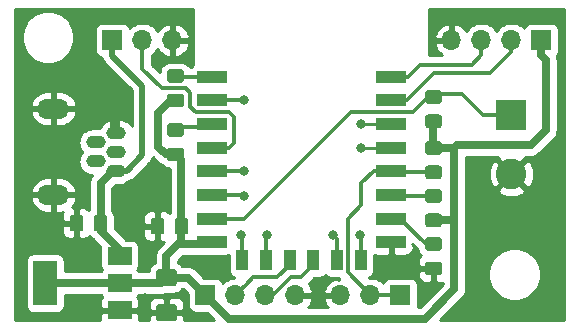
<source format=gbr>
G04 #@! TF.GenerationSoftware,KiCad,Pcbnew,(5.1.5)-3*
G04 #@! TF.CreationDate,2020-04-12T00:35:23-04:00*
G04 #@! TF.ProjectId,ESP_Switch,4553505f-5377-4697-9463-682e6b696361,v1.1*
G04 #@! TF.SameCoordinates,Original*
G04 #@! TF.FileFunction,Copper,L1,Top*
G04 #@! TF.FilePolarity,Positive*
%FSLAX46Y46*%
G04 Gerber Fmt 4.6, Leading zero omitted, Abs format (unit mm)*
G04 Created by KiCad (PCBNEW (5.1.5)-3) date 2020-04-12 00:35:23*
%MOMM*%
%LPD*%
G04 APERTURE LIST*
%ADD10O,2.700000X1.700000*%
%ADD11O,1.650000X1.100000*%
%ADD12O,1.700000X1.700000*%
%ADD13R,1.700000X1.700000*%
%ADD14C,0.100000*%
%ADD15R,2.000000X1.500000*%
%ADD16R,2.000000X3.800000*%
%ADD17R,2.500000X1.000000*%
%ADD18R,1.000000X1.800000*%
%ADD19C,2.600000*%
%ADD20R,2.600000X2.600000*%
%ADD21C,0.800000*%
%ADD22C,0.500000*%
%ADD23C,0.700000*%
%ADD24C,0.350000*%
%ADD25C,0.250000*%
%ADD26C,0.254000*%
G04 APERTURE END LIST*
D10*
X83138800Y-94137500D03*
X83138800Y-86837500D03*
D11*
X86713800Y-91287500D03*
X86713800Y-89687500D03*
X88463800Y-92087500D03*
X88463800Y-88887500D03*
X88463800Y-90487500D03*
D12*
X93218000Y-81026000D03*
X90678000Y-81026000D03*
D13*
X88138000Y-81026000D03*
G04 #@! TA.AperFunction,SMDPad,CuDef*
D14*
G36*
X93359504Y-103392204D02*
G01*
X93383773Y-103395804D01*
X93407571Y-103401765D01*
X93430671Y-103410030D01*
X93452849Y-103420520D01*
X93473893Y-103433133D01*
X93493598Y-103447747D01*
X93511777Y-103464223D01*
X93528253Y-103482402D01*
X93542867Y-103502107D01*
X93555480Y-103523151D01*
X93565970Y-103545329D01*
X93574235Y-103568429D01*
X93580196Y-103592227D01*
X93583796Y-103616496D01*
X93585000Y-103641000D01*
X93585000Y-104566000D01*
X93583796Y-104590504D01*
X93580196Y-104614773D01*
X93574235Y-104638571D01*
X93565970Y-104661671D01*
X93555480Y-104683849D01*
X93542867Y-104704893D01*
X93528253Y-104724598D01*
X93511777Y-104742777D01*
X93493598Y-104759253D01*
X93473893Y-104773867D01*
X93452849Y-104786480D01*
X93430671Y-104796970D01*
X93407571Y-104805235D01*
X93383773Y-104811196D01*
X93359504Y-104814796D01*
X93335000Y-104816000D01*
X92085000Y-104816000D01*
X92060496Y-104814796D01*
X92036227Y-104811196D01*
X92012429Y-104805235D01*
X91989329Y-104796970D01*
X91967151Y-104786480D01*
X91946107Y-104773867D01*
X91926402Y-104759253D01*
X91908223Y-104742777D01*
X91891747Y-104724598D01*
X91877133Y-104704893D01*
X91864520Y-104683849D01*
X91854030Y-104661671D01*
X91845765Y-104638571D01*
X91839804Y-104614773D01*
X91836204Y-104590504D01*
X91835000Y-104566000D01*
X91835000Y-103641000D01*
X91836204Y-103616496D01*
X91839804Y-103592227D01*
X91845765Y-103568429D01*
X91854030Y-103545329D01*
X91864520Y-103523151D01*
X91877133Y-103502107D01*
X91891747Y-103482402D01*
X91908223Y-103464223D01*
X91926402Y-103447747D01*
X91946107Y-103433133D01*
X91967151Y-103420520D01*
X91989329Y-103410030D01*
X92012429Y-103401765D01*
X92036227Y-103395804D01*
X92060496Y-103392204D01*
X92085000Y-103391000D01*
X93335000Y-103391000D01*
X93359504Y-103392204D01*
G37*
G04 #@! TD.AperFunction*
G04 #@! TA.AperFunction,SMDPad,CuDef*
G36*
X93359504Y-100417204D02*
G01*
X93383773Y-100420804D01*
X93407571Y-100426765D01*
X93430671Y-100435030D01*
X93452849Y-100445520D01*
X93473893Y-100458133D01*
X93493598Y-100472747D01*
X93511777Y-100489223D01*
X93528253Y-100507402D01*
X93542867Y-100527107D01*
X93555480Y-100548151D01*
X93565970Y-100570329D01*
X93574235Y-100593429D01*
X93580196Y-100617227D01*
X93583796Y-100641496D01*
X93585000Y-100666000D01*
X93585000Y-101591000D01*
X93583796Y-101615504D01*
X93580196Y-101639773D01*
X93574235Y-101663571D01*
X93565970Y-101686671D01*
X93555480Y-101708849D01*
X93542867Y-101729893D01*
X93528253Y-101749598D01*
X93511777Y-101767777D01*
X93493598Y-101784253D01*
X93473893Y-101798867D01*
X93452849Y-101811480D01*
X93430671Y-101821970D01*
X93407571Y-101830235D01*
X93383773Y-101836196D01*
X93359504Y-101839796D01*
X93335000Y-101841000D01*
X92085000Y-101841000D01*
X92060496Y-101839796D01*
X92036227Y-101836196D01*
X92012429Y-101830235D01*
X91989329Y-101821970D01*
X91967151Y-101811480D01*
X91946107Y-101798867D01*
X91926402Y-101784253D01*
X91908223Y-101767777D01*
X91891747Y-101749598D01*
X91877133Y-101729893D01*
X91864520Y-101708849D01*
X91854030Y-101686671D01*
X91845765Y-101663571D01*
X91839804Y-101639773D01*
X91836204Y-101615504D01*
X91835000Y-101591000D01*
X91835000Y-100666000D01*
X91836204Y-100641496D01*
X91839804Y-100617227D01*
X91845765Y-100593429D01*
X91854030Y-100570329D01*
X91864520Y-100548151D01*
X91877133Y-100527107D01*
X91891747Y-100507402D01*
X91908223Y-100489223D01*
X91926402Y-100472747D01*
X91946107Y-100458133D01*
X91967151Y-100445520D01*
X91989329Y-100435030D01*
X92012429Y-100426765D01*
X92036227Y-100420804D01*
X92060496Y-100417204D01*
X92085000Y-100416000D01*
X93335000Y-100416000D01*
X93359504Y-100417204D01*
G37*
G04 #@! TD.AperFunction*
D13*
X96012000Y-102616000D03*
D12*
X98552000Y-102616000D03*
X101092000Y-102616000D03*
X103632000Y-102616000D03*
D15*
X88748000Y-103900000D03*
X88748000Y-99300000D03*
X88748000Y-101600000D03*
D16*
X82448000Y-101600000D03*
D17*
X96540000Y-84130000D03*
X96540000Y-86130000D03*
X96540000Y-88130000D03*
X96540000Y-90130000D03*
X96540000Y-92130000D03*
X96540000Y-94130000D03*
X96540000Y-96130000D03*
X96540000Y-98130000D03*
D18*
X99140000Y-99630000D03*
X101140000Y-99630000D03*
X103140000Y-99630000D03*
X105140000Y-99630000D03*
X107140000Y-99630000D03*
X109140000Y-99630000D03*
D17*
X111740000Y-98130000D03*
X111740000Y-96130000D03*
X111740000Y-94130000D03*
X111740000Y-92130000D03*
X111740000Y-90130000D03*
X111740000Y-88130000D03*
X111740000Y-86130000D03*
X111740000Y-84130000D03*
G04 #@! TA.AperFunction,SMDPad,CuDef*
D14*
G36*
X115790505Y-85269204D02*
G01*
X115814773Y-85272804D01*
X115838572Y-85278765D01*
X115861671Y-85287030D01*
X115883850Y-85297520D01*
X115904893Y-85310132D01*
X115924599Y-85324747D01*
X115942777Y-85341223D01*
X115959253Y-85359401D01*
X115973868Y-85379107D01*
X115986480Y-85400150D01*
X115996970Y-85422329D01*
X116005235Y-85445428D01*
X116011196Y-85469227D01*
X116014796Y-85493495D01*
X116016000Y-85517999D01*
X116016000Y-86168001D01*
X116014796Y-86192505D01*
X116011196Y-86216773D01*
X116005235Y-86240572D01*
X115996970Y-86263671D01*
X115986480Y-86285850D01*
X115973868Y-86306893D01*
X115959253Y-86326599D01*
X115942777Y-86344777D01*
X115924599Y-86361253D01*
X115904893Y-86375868D01*
X115883850Y-86388480D01*
X115861671Y-86398970D01*
X115838572Y-86407235D01*
X115814773Y-86413196D01*
X115790505Y-86416796D01*
X115766001Y-86418000D01*
X114865999Y-86418000D01*
X114841495Y-86416796D01*
X114817227Y-86413196D01*
X114793428Y-86407235D01*
X114770329Y-86398970D01*
X114748150Y-86388480D01*
X114727107Y-86375868D01*
X114707401Y-86361253D01*
X114689223Y-86344777D01*
X114672747Y-86326599D01*
X114658132Y-86306893D01*
X114645520Y-86285850D01*
X114635030Y-86263671D01*
X114626765Y-86240572D01*
X114620804Y-86216773D01*
X114617204Y-86192505D01*
X114616000Y-86168001D01*
X114616000Y-85517999D01*
X114617204Y-85493495D01*
X114620804Y-85469227D01*
X114626765Y-85445428D01*
X114635030Y-85422329D01*
X114645520Y-85400150D01*
X114658132Y-85379107D01*
X114672747Y-85359401D01*
X114689223Y-85341223D01*
X114707401Y-85324747D01*
X114727107Y-85310132D01*
X114748150Y-85297520D01*
X114770329Y-85287030D01*
X114793428Y-85278765D01*
X114817227Y-85272804D01*
X114841495Y-85269204D01*
X114865999Y-85268000D01*
X115766001Y-85268000D01*
X115790505Y-85269204D01*
G37*
G04 #@! TD.AperFunction*
G04 #@! TA.AperFunction,SMDPad,CuDef*
G36*
X115790505Y-87319204D02*
G01*
X115814773Y-87322804D01*
X115838572Y-87328765D01*
X115861671Y-87337030D01*
X115883850Y-87347520D01*
X115904893Y-87360132D01*
X115924599Y-87374747D01*
X115942777Y-87391223D01*
X115959253Y-87409401D01*
X115973868Y-87429107D01*
X115986480Y-87450150D01*
X115996970Y-87472329D01*
X116005235Y-87495428D01*
X116011196Y-87519227D01*
X116014796Y-87543495D01*
X116016000Y-87567999D01*
X116016000Y-88218001D01*
X116014796Y-88242505D01*
X116011196Y-88266773D01*
X116005235Y-88290572D01*
X115996970Y-88313671D01*
X115986480Y-88335850D01*
X115973868Y-88356893D01*
X115959253Y-88376599D01*
X115942777Y-88394777D01*
X115924599Y-88411253D01*
X115904893Y-88425868D01*
X115883850Y-88438480D01*
X115861671Y-88448970D01*
X115838572Y-88457235D01*
X115814773Y-88463196D01*
X115790505Y-88466796D01*
X115766001Y-88468000D01*
X114865999Y-88468000D01*
X114841495Y-88466796D01*
X114817227Y-88463196D01*
X114793428Y-88457235D01*
X114770329Y-88448970D01*
X114748150Y-88438480D01*
X114727107Y-88425868D01*
X114707401Y-88411253D01*
X114689223Y-88394777D01*
X114672747Y-88376599D01*
X114658132Y-88356893D01*
X114645520Y-88335850D01*
X114635030Y-88313671D01*
X114626765Y-88290572D01*
X114620804Y-88266773D01*
X114617204Y-88242505D01*
X114616000Y-88218001D01*
X114616000Y-87567999D01*
X114617204Y-87543495D01*
X114620804Y-87519227D01*
X114626765Y-87495428D01*
X114635030Y-87472329D01*
X114645520Y-87450150D01*
X114658132Y-87429107D01*
X114672747Y-87409401D01*
X114689223Y-87391223D01*
X114707401Y-87374747D01*
X114727107Y-87360132D01*
X114748150Y-87347520D01*
X114770329Y-87337030D01*
X114793428Y-87328765D01*
X114817227Y-87322804D01*
X114841495Y-87319204D01*
X114865999Y-87318000D01*
X115766001Y-87318000D01*
X115790505Y-87319204D01*
G37*
G04 #@! TD.AperFunction*
G04 #@! TA.AperFunction,SMDPad,CuDef*
G36*
X115790505Y-91637204D02*
G01*
X115814773Y-91640804D01*
X115838572Y-91646765D01*
X115861671Y-91655030D01*
X115883850Y-91665520D01*
X115904893Y-91678132D01*
X115924599Y-91692747D01*
X115942777Y-91709223D01*
X115959253Y-91727401D01*
X115973868Y-91747107D01*
X115986480Y-91768150D01*
X115996970Y-91790329D01*
X116005235Y-91813428D01*
X116011196Y-91837227D01*
X116014796Y-91861495D01*
X116016000Y-91885999D01*
X116016000Y-92536001D01*
X116014796Y-92560505D01*
X116011196Y-92584773D01*
X116005235Y-92608572D01*
X115996970Y-92631671D01*
X115986480Y-92653850D01*
X115973868Y-92674893D01*
X115959253Y-92694599D01*
X115942777Y-92712777D01*
X115924599Y-92729253D01*
X115904893Y-92743868D01*
X115883850Y-92756480D01*
X115861671Y-92766970D01*
X115838572Y-92775235D01*
X115814773Y-92781196D01*
X115790505Y-92784796D01*
X115766001Y-92786000D01*
X114865999Y-92786000D01*
X114841495Y-92784796D01*
X114817227Y-92781196D01*
X114793428Y-92775235D01*
X114770329Y-92766970D01*
X114748150Y-92756480D01*
X114727107Y-92743868D01*
X114707401Y-92729253D01*
X114689223Y-92712777D01*
X114672747Y-92694599D01*
X114658132Y-92674893D01*
X114645520Y-92653850D01*
X114635030Y-92631671D01*
X114626765Y-92608572D01*
X114620804Y-92584773D01*
X114617204Y-92560505D01*
X114616000Y-92536001D01*
X114616000Y-91885999D01*
X114617204Y-91861495D01*
X114620804Y-91837227D01*
X114626765Y-91813428D01*
X114635030Y-91790329D01*
X114645520Y-91768150D01*
X114658132Y-91747107D01*
X114672747Y-91727401D01*
X114689223Y-91709223D01*
X114707401Y-91692747D01*
X114727107Y-91678132D01*
X114748150Y-91665520D01*
X114770329Y-91655030D01*
X114793428Y-91646765D01*
X114817227Y-91640804D01*
X114841495Y-91637204D01*
X114865999Y-91636000D01*
X115766001Y-91636000D01*
X115790505Y-91637204D01*
G37*
G04 #@! TD.AperFunction*
G04 #@! TA.AperFunction,SMDPad,CuDef*
G36*
X115790505Y-89587204D02*
G01*
X115814773Y-89590804D01*
X115838572Y-89596765D01*
X115861671Y-89605030D01*
X115883850Y-89615520D01*
X115904893Y-89628132D01*
X115924599Y-89642747D01*
X115942777Y-89659223D01*
X115959253Y-89677401D01*
X115973868Y-89697107D01*
X115986480Y-89718150D01*
X115996970Y-89740329D01*
X116005235Y-89763428D01*
X116011196Y-89787227D01*
X116014796Y-89811495D01*
X116016000Y-89835999D01*
X116016000Y-90486001D01*
X116014796Y-90510505D01*
X116011196Y-90534773D01*
X116005235Y-90558572D01*
X115996970Y-90581671D01*
X115986480Y-90603850D01*
X115973868Y-90624893D01*
X115959253Y-90644599D01*
X115942777Y-90662777D01*
X115924599Y-90679253D01*
X115904893Y-90693868D01*
X115883850Y-90706480D01*
X115861671Y-90716970D01*
X115838572Y-90725235D01*
X115814773Y-90731196D01*
X115790505Y-90734796D01*
X115766001Y-90736000D01*
X114865999Y-90736000D01*
X114841495Y-90734796D01*
X114817227Y-90731196D01*
X114793428Y-90725235D01*
X114770329Y-90716970D01*
X114748150Y-90706480D01*
X114727107Y-90693868D01*
X114707401Y-90679253D01*
X114689223Y-90662777D01*
X114672747Y-90644599D01*
X114658132Y-90624893D01*
X114645520Y-90603850D01*
X114635030Y-90581671D01*
X114626765Y-90558572D01*
X114620804Y-90534773D01*
X114617204Y-90510505D01*
X114616000Y-90486001D01*
X114616000Y-89835999D01*
X114617204Y-89811495D01*
X114620804Y-89787227D01*
X114626765Y-89763428D01*
X114635030Y-89740329D01*
X114645520Y-89718150D01*
X114658132Y-89697107D01*
X114672747Y-89677401D01*
X114689223Y-89659223D01*
X114707401Y-89642747D01*
X114727107Y-89628132D01*
X114748150Y-89615520D01*
X114770329Y-89605030D01*
X114793428Y-89596765D01*
X114817227Y-89590804D01*
X114841495Y-89587204D01*
X114865999Y-89586000D01*
X115766001Y-89586000D01*
X115790505Y-89587204D01*
G37*
G04 #@! TD.AperFunction*
G04 #@! TA.AperFunction,SMDPad,CuDef*
G36*
X115790505Y-99774204D02*
G01*
X115814773Y-99777804D01*
X115838572Y-99783765D01*
X115861671Y-99792030D01*
X115883850Y-99802520D01*
X115904893Y-99815132D01*
X115924599Y-99829747D01*
X115942777Y-99846223D01*
X115959253Y-99864401D01*
X115973868Y-99884107D01*
X115986480Y-99905150D01*
X115996970Y-99927329D01*
X116005235Y-99950428D01*
X116011196Y-99974227D01*
X116014796Y-99998495D01*
X116016000Y-100022999D01*
X116016000Y-100673001D01*
X116014796Y-100697505D01*
X116011196Y-100721773D01*
X116005235Y-100745572D01*
X115996970Y-100768671D01*
X115986480Y-100790850D01*
X115973868Y-100811893D01*
X115959253Y-100831599D01*
X115942777Y-100849777D01*
X115924599Y-100866253D01*
X115904893Y-100880868D01*
X115883850Y-100893480D01*
X115861671Y-100903970D01*
X115838572Y-100912235D01*
X115814773Y-100918196D01*
X115790505Y-100921796D01*
X115766001Y-100923000D01*
X114865999Y-100923000D01*
X114841495Y-100921796D01*
X114817227Y-100918196D01*
X114793428Y-100912235D01*
X114770329Y-100903970D01*
X114748150Y-100893480D01*
X114727107Y-100880868D01*
X114707401Y-100866253D01*
X114689223Y-100849777D01*
X114672747Y-100831599D01*
X114658132Y-100811893D01*
X114645520Y-100790850D01*
X114635030Y-100768671D01*
X114626765Y-100745572D01*
X114620804Y-100721773D01*
X114617204Y-100697505D01*
X114616000Y-100673001D01*
X114616000Y-100022999D01*
X114617204Y-99998495D01*
X114620804Y-99974227D01*
X114626765Y-99950428D01*
X114635030Y-99927329D01*
X114645520Y-99905150D01*
X114658132Y-99884107D01*
X114672747Y-99864401D01*
X114689223Y-99846223D01*
X114707401Y-99829747D01*
X114727107Y-99815132D01*
X114748150Y-99802520D01*
X114770329Y-99792030D01*
X114793428Y-99783765D01*
X114817227Y-99777804D01*
X114841495Y-99774204D01*
X114865999Y-99773000D01*
X115766001Y-99773000D01*
X115790505Y-99774204D01*
G37*
G04 #@! TD.AperFunction*
G04 #@! TA.AperFunction,SMDPad,CuDef*
G36*
X115790505Y-97724204D02*
G01*
X115814773Y-97727804D01*
X115838572Y-97733765D01*
X115861671Y-97742030D01*
X115883850Y-97752520D01*
X115904893Y-97765132D01*
X115924599Y-97779747D01*
X115942777Y-97796223D01*
X115959253Y-97814401D01*
X115973868Y-97834107D01*
X115986480Y-97855150D01*
X115996970Y-97877329D01*
X116005235Y-97900428D01*
X116011196Y-97924227D01*
X116014796Y-97948495D01*
X116016000Y-97972999D01*
X116016000Y-98623001D01*
X116014796Y-98647505D01*
X116011196Y-98671773D01*
X116005235Y-98695572D01*
X115996970Y-98718671D01*
X115986480Y-98740850D01*
X115973868Y-98761893D01*
X115959253Y-98781599D01*
X115942777Y-98799777D01*
X115924599Y-98816253D01*
X115904893Y-98830868D01*
X115883850Y-98843480D01*
X115861671Y-98853970D01*
X115838572Y-98862235D01*
X115814773Y-98868196D01*
X115790505Y-98871796D01*
X115766001Y-98873000D01*
X114865999Y-98873000D01*
X114841495Y-98871796D01*
X114817227Y-98868196D01*
X114793428Y-98862235D01*
X114770329Y-98853970D01*
X114748150Y-98843480D01*
X114727107Y-98830868D01*
X114707401Y-98816253D01*
X114689223Y-98799777D01*
X114672747Y-98781599D01*
X114658132Y-98761893D01*
X114645520Y-98740850D01*
X114635030Y-98718671D01*
X114626765Y-98695572D01*
X114620804Y-98671773D01*
X114617204Y-98647505D01*
X114616000Y-98623001D01*
X114616000Y-97972999D01*
X114617204Y-97948495D01*
X114620804Y-97924227D01*
X114626765Y-97900428D01*
X114635030Y-97877329D01*
X114645520Y-97855150D01*
X114658132Y-97834107D01*
X114672747Y-97814401D01*
X114689223Y-97796223D01*
X114707401Y-97779747D01*
X114727107Y-97765132D01*
X114748150Y-97752520D01*
X114770329Y-97742030D01*
X114793428Y-97733765D01*
X114817227Y-97727804D01*
X114841495Y-97724204D01*
X114865999Y-97723000D01*
X115766001Y-97723000D01*
X115790505Y-97724204D01*
G37*
G04 #@! TD.AperFunction*
G04 #@! TA.AperFunction,SMDPad,CuDef*
G36*
X115790505Y-93651204D02*
G01*
X115814773Y-93654804D01*
X115838572Y-93660765D01*
X115861671Y-93669030D01*
X115883850Y-93679520D01*
X115904893Y-93692132D01*
X115924599Y-93706747D01*
X115942777Y-93723223D01*
X115959253Y-93741401D01*
X115973868Y-93761107D01*
X115986480Y-93782150D01*
X115996970Y-93804329D01*
X116005235Y-93827428D01*
X116011196Y-93851227D01*
X116014796Y-93875495D01*
X116016000Y-93899999D01*
X116016000Y-94550001D01*
X116014796Y-94574505D01*
X116011196Y-94598773D01*
X116005235Y-94622572D01*
X115996970Y-94645671D01*
X115986480Y-94667850D01*
X115973868Y-94688893D01*
X115959253Y-94708599D01*
X115942777Y-94726777D01*
X115924599Y-94743253D01*
X115904893Y-94757868D01*
X115883850Y-94770480D01*
X115861671Y-94780970D01*
X115838572Y-94789235D01*
X115814773Y-94795196D01*
X115790505Y-94798796D01*
X115766001Y-94800000D01*
X114865999Y-94800000D01*
X114841495Y-94798796D01*
X114817227Y-94795196D01*
X114793428Y-94789235D01*
X114770329Y-94780970D01*
X114748150Y-94770480D01*
X114727107Y-94757868D01*
X114707401Y-94743253D01*
X114689223Y-94726777D01*
X114672747Y-94708599D01*
X114658132Y-94688893D01*
X114645520Y-94667850D01*
X114635030Y-94645671D01*
X114626765Y-94622572D01*
X114620804Y-94598773D01*
X114617204Y-94574505D01*
X114616000Y-94550001D01*
X114616000Y-93899999D01*
X114617204Y-93875495D01*
X114620804Y-93851227D01*
X114626765Y-93827428D01*
X114635030Y-93804329D01*
X114645520Y-93782150D01*
X114658132Y-93761107D01*
X114672747Y-93741401D01*
X114689223Y-93723223D01*
X114707401Y-93706747D01*
X114727107Y-93692132D01*
X114748150Y-93679520D01*
X114770329Y-93669030D01*
X114793428Y-93660765D01*
X114817227Y-93654804D01*
X114841495Y-93651204D01*
X114865999Y-93650000D01*
X115766001Y-93650000D01*
X115790505Y-93651204D01*
G37*
G04 #@! TD.AperFunction*
G04 #@! TA.AperFunction,SMDPad,CuDef*
G36*
X115790505Y-95701204D02*
G01*
X115814773Y-95704804D01*
X115838572Y-95710765D01*
X115861671Y-95719030D01*
X115883850Y-95729520D01*
X115904893Y-95742132D01*
X115924599Y-95756747D01*
X115942777Y-95773223D01*
X115959253Y-95791401D01*
X115973868Y-95811107D01*
X115986480Y-95832150D01*
X115996970Y-95854329D01*
X116005235Y-95877428D01*
X116011196Y-95901227D01*
X116014796Y-95925495D01*
X116016000Y-95949999D01*
X116016000Y-96600001D01*
X116014796Y-96624505D01*
X116011196Y-96648773D01*
X116005235Y-96672572D01*
X115996970Y-96695671D01*
X115986480Y-96717850D01*
X115973868Y-96738893D01*
X115959253Y-96758599D01*
X115942777Y-96776777D01*
X115924599Y-96793253D01*
X115904893Y-96807868D01*
X115883850Y-96820480D01*
X115861671Y-96830970D01*
X115838572Y-96839235D01*
X115814773Y-96845196D01*
X115790505Y-96848796D01*
X115766001Y-96850000D01*
X114865999Y-96850000D01*
X114841495Y-96848796D01*
X114817227Y-96845196D01*
X114793428Y-96839235D01*
X114770329Y-96830970D01*
X114748150Y-96820480D01*
X114727107Y-96807868D01*
X114707401Y-96793253D01*
X114689223Y-96776777D01*
X114672747Y-96758599D01*
X114658132Y-96738893D01*
X114645520Y-96717850D01*
X114635030Y-96695671D01*
X114626765Y-96672572D01*
X114620804Y-96648773D01*
X114617204Y-96624505D01*
X114616000Y-96600001D01*
X114616000Y-95949999D01*
X114617204Y-95925495D01*
X114620804Y-95901227D01*
X114626765Y-95877428D01*
X114635030Y-95854329D01*
X114645520Y-95832150D01*
X114658132Y-95811107D01*
X114672747Y-95791401D01*
X114689223Y-95773223D01*
X114707401Y-95756747D01*
X114727107Y-95742132D01*
X114748150Y-95729520D01*
X114770329Y-95719030D01*
X114793428Y-95710765D01*
X114817227Y-95704804D01*
X114841495Y-95701204D01*
X114865999Y-95700000D01*
X115766001Y-95700000D01*
X115790505Y-95701204D01*
G37*
G04 #@! TD.AperFunction*
G04 #@! TA.AperFunction,SMDPad,CuDef*
G36*
X93946505Y-83500204D02*
G01*
X93970773Y-83503804D01*
X93994572Y-83509765D01*
X94017671Y-83518030D01*
X94039850Y-83528520D01*
X94060893Y-83541132D01*
X94080599Y-83555747D01*
X94098777Y-83572223D01*
X94115253Y-83590401D01*
X94129868Y-83610107D01*
X94142480Y-83631150D01*
X94152970Y-83653329D01*
X94161235Y-83676428D01*
X94167196Y-83700227D01*
X94170796Y-83724495D01*
X94172000Y-83748999D01*
X94172000Y-84399001D01*
X94170796Y-84423505D01*
X94167196Y-84447773D01*
X94161235Y-84471572D01*
X94152970Y-84494671D01*
X94142480Y-84516850D01*
X94129868Y-84537893D01*
X94115253Y-84557599D01*
X94098777Y-84575777D01*
X94080599Y-84592253D01*
X94060893Y-84606868D01*
X94039850Y-84619480D01*
X94017671Y-84629970D01*
X93994572Y-84638235D01*
X93970773Y-84644196D01*
X93946505Y-84647796D01*
X93922001Y-84649000D01*
X93021999Y-84649000D01*
X92997495Y-84647796D01*
X92973227Y-84644196D01*
X92949428Y-84638235D01*
X92926329Y-84629970D01*
X92904150Y-84619480D01*
X92883107Y-84606868D01*
X92863401Y-84592253D01*
X92845223Y-84575777D01*
X92828747Y-84557599D01*
X92814132Y-84537893D01*
X92801520Y-84516850D01*
X92791030Y-84494671D01*
X92782765Y-84471572D01*
X92776804Y-84447773D01*
X92773204Y-84423505D01*
X92772000Y-84399001D01*
X92772000Y-83748999D01*
X92773204Y-83724495D01*
X92776804Y-83700227D01*
X92782765Y-83676428D01*
X92791030Y-83653329D01*
X92801520Y-83631150D01*
X92814132Y-83610107D01*
X92828747Y-83590401D01*
X92845223Y-83572223D01*
X92863401Y-83555747D01*
X92883107Y-83541132D01*
X92904150Y-83528520D01*
X92926329Y-83518030D01*
X92949428Y-83509765D01*
X92973227Y-83503804D01*
X92997495Y-83500204D01*
X93021999Y-83499000D01*
X93922001Y-83499000D01*
X93946505Y-83500204D01*
G37*
G04 #@! TD.AperFunction*
G04 #@! TA.AperFunction,SMDPad,CuDef*
G36*
X93946505Y-85550204D02*
G01*
X93970773Y-85553804D01*
X93994572Y-85559765D01*
X94017671Y-85568030D01*
X94039850Y-85578520D01*
X94060893Y-85591132D01*
X94080599Y-85605747D01*
X94098777Y-85622223D01*
X94115253Y-85640401D01*
X94129868Y-85660107D01*
X94142480Y-85681150D01*
X94152970Y-85703329D01*
X94161235Y-85726428D01*
X94167196Y-85750227D01*
X94170796Y-85774495D01*
X94172000Y-85798999D01*
X94172000Y-86449001D01*
X94170796Y-86473505D01*
X94167196Y-86497773D01*
X94161235Y-86521572D01*
X94152970Y-86544671D01*
X94142480Y-86566850D01*
X94129868Y-86587893D01*
X94115253Y-86607599D01*
X94098777Y-86625777D01*
X94080599Y-86642253D01*
X94060893Y-86656868D01*
X94039850Y-86669480D01*
X94017671Y-86679970D01*
X93994572Y-86688235D01*
X93970773Y-86694196D01*
X93946505Y-86697796D01*
X93922001Y-86699000D01*
X93021999Y-86699000D01*
X92997495Y-86697796D01*
X92973227Y-86694196D01*
X92949428Y-86688235D01*
X92926329Y-86679970D01*
X92904150Y-86669480D01*
X92883107Y-86656868D01*
X92863401Y-86642253D01*
X92845223Y-86625777D01*
X92828747Y-86607599D01*
X92814132Y-86587893D01*
X92801520Y-86566850D01*
X92791030Y-86544671D01*
X92782765Y-86521572D01*
X92776804Y-86497773D01*
X92773204Y-86473505D01*
X92772000Y-86449001D01*
X92772000Y-85798999D01*
X92773204Y-85774495D01*
X92776804Y-85750227D01*
X92782765Y-85726428D01*
X92791030Y-85703329D01*
X92801520Y-85681150D01*
X92814132Y-85660107D01*
X92828747Y-85640401D01*
X92845223Y-85622223D01*
X92863401Y-85605747D01*
X92883107Y-85591132D01*
X92904150Y-85578520D01*
X92926329Y-85568030D01*
X92949428Y-85559765D01*
X92973227Y-85553804D01*
X92997495Y-85550204D01*
X93021999Y-85549000D01*
X93922001Y-85549000D01*
X93946505Y-85550204D01*
G37*
G04 #@! TD.AperFunction*
G04 #@! TA.AperFunction,SMDPad,CuDef*
G36*
X93946505Y-88072204D02*
G01*
X93970773Y-88075804D01*
X93994572Y-88081765D01*
X94017671Y-88090030D01*
X94039850Y-88100520D01*
X94060893Y-88113132D01*
X94080599Y-88127747D01*
X94098777Y-88144223D01*
X94115253Y-88162401D01*
X94129868Y-88182107D01*
X94142480Y-88203150D01*
X94152970Y-88225329D01*
X94161235Y-88248428D01*
X94167196Y-88272227D01*
X94170796Y-88296495D01*
X94172000Y-88320999D01*
X94172000Y-88971001D01*
X94170796Y-88995505D01*
X94167196Y-89019773D01*
X94161235Y-89043572D01*
X94152970Y-89066671D01*
X94142480Y-89088850D01*
X94129868Y-89109893D01*
X94115253Y-89129599D01*
X94098777Y-89147777D01*
X94080599Y-89164253D01*
X94060893Y-89178868D01*
X94039850Y-89191480D01*
X94017671Y-89201970D01*
X93994572Y-89210235D01*
X93970773Y-89216196D01*
X93946505Y-89219796D01*
X93922001Y-89221000D01*
X93021999Y-89221000D01*
X92997495Y-89219796D01*
X92973227Y-89216196D01*
X92949428Y-89210235D01*
X92926329Y-89201970D01*
X92904150Y-89191480D01*
X92883107Y-89178868D01*
X92863401Y-89164253D01*
X92845223Y-89147777D01*
X92828747Y-89129599D01*
X92814132Y-89109893D01*
X92801520Y-89088850D01*
X92791030Y-89066671D01*
X92782765Y-89043572D01*
X92776804Y-89019773D01*
X92773204Y-88995505D01*
X92772000Y-88971001D01*
X92772000Y-88320999D01*
X92773204Y-88296495D01*
X92776804Y-88272227D01*
X92782765Y-88248428D01*
X92791030Y-88225329D01*
X92801520Y-88203150D01*
X92814132Y-88182107D01*
X92828747Y-88162401D01*
X92845223Y-88144223D01*
X92863401Y-88127747D01*
X92883107Y-88113132D01*
X92904150Y-88100520D01*
X92926329Y-88090030D01*
X92949428Y-88081765D01*
X92973227Y-88075804D01*
X92997495Y-88072204D01*
X93021999Y-88071000D01*
X93922001Y-88071000D01*
X93946505Y-88072204D01*
G37*
G04 #@! TD.AperFunction*
G04 #@! TA.AperFunction,SMDPad,CuDef*
G36*
X93946505Y-90122204D02*
G01*
X93970773Y-90125804D01*
X93994572Y-90131765D01*
X94017671Y-90140030D01*
X94039850Y-90150520D01*
X94060893Y-90163132D01*
X94080599Y-90177747D01*
X94098777Y-90194223D01*
X94115253Y-90212401D01*
X94129868Y-90232107D01*
X94142480Y-90253150D01*
X94152970Y-90275329D01*
X94161235Y-90298428D01*
X94167196Y-90322227D01*
X94170796Y-90346495D01*
X94172000Y-90370999D01*
X94172000Y-91021001D01*
X94170796Y-91045505D01*
X94167196Y-91069773D01*
X94161235Y-91093572D01*
X94152970Y-91116671D01*
X94142480Y-91138850D01*
X94129868Y-91159893D01*
X94115253Y-91179599D01*
X94098777Y-91197777D01*
X94080599Y-91214253D01*
X94060893Y-91228868D01*
X94039850Y-91241480D01*
X94017671Y-91251970D01*
X93994572Y-91260235D01*
X93970773Y-91266196D01*
X93946505Y-91269796D01*
X93922001Y-91271000D01*
X93021999Y-91271000D01*
X92997495Y-91269796D01*
X92973227Y-91266196D01*
X92949428Y-91260235D01*
X92926329Y-91251970D01*
X92904150Y-91241480D01*
X92883107Y-91228868D01*
X92863401Y-91214253D01*
X92845223Y-91197777D01*
X92828747Y-91179599D01*
X92814132Y-91159893D01*
X92801520Y-91138850D01*
X92791030Y-91116671D01*
X92782765Y-91093572D01*
X92776804Y-91069773D01*
X92773204Y-91045505D01*
X92772000Y-91021001D01*
X92772000Y-90370999D01*
X92773204Y-90346495D01*
X92776804Y-90322227D01*
X92782765Y-90298428D01*
X92791030Y-90275329D01*
X92801520Y-90253150D01*
X92814132Y-90232107D01*
X92828747Y-90212401D01*
X92845223Y-90194223D01*
X92863401Y-90177747D01*
X92883107Y-90163132D01*
X92904150Y-90150520D01*
X92926329Y-90140030D01*
X92949428Y-90131765D01*
X92973227Y-90125804D01*
X92997495Y-90122204D01*
X93021999Y-90121000D01*
X93922001Y-90121000D01*
X93946505Y-90122204D01*
G37*
G04 #@! TD.AperFunction*
D19*
X121920000Y-92376000D03*
D20*
X121920000Y-87376000D03*
D12*
X116840000Y-81026000D03*
X119380000Y-81026000D03*
X121920000Y-81026000D03*
D13*
X124460000Y-81026000D03*
D12*
X107442000Y-102616000D03*
X109982000Y-102616000D03*
D13*
X112522000Y-102616000D03*
G04 #@! TA.AperFunction,SMDPad,CuDef*
D14*
G36*
X85430505Y-95821204D02*
G01*
X85454773Y-95824804D01*
X85478572Y-95830765D01*
X85501671Y-95839030D01*
X85523850Y-95849520D01*
X85544893Y-95862132D01*
X85564599Y-95876747D01*
X85582777Y-95893223D01*
X85599253Y-95911401D01*
X85613868Y-95931107D01*
X85626480Y-95952150D01*
X85636970Y-95974329D01*
X85645235Y-95997428D01*
X85651196Y-96021227D01*
X85654796Y-96045495D01*
X85656000Y-96069999D01*
X85656000Y-96970001D01*
X85654796Y-96994505D01*
X85651196Y-97018773D01*
X85645235Y-97042572D01*
X85636970Y-97065671D01*
X85626480Y-97087850D01*
X85613868Y-97108893D01*
X85599253Y-97128599D01*
X85582777Y-97146777D01*
X85564599Y-97163253D01*
X85544893Y-97177868D01*
X85523850Y-97190480D01*
X85501671Y-97200970D01*
X85478572Y-97209235D01*
X85454773Y-97215196D01*
X85430505Y-97218796D01*
X85406001Y-97220000D01*
X84755999Y-97220000D01*
X84731495Y-97218796D01*
X84707227Y-97215196D01*
X84683428Y-97209235D01*
X84660329Y-97200970D01*
X84638150Y-97190480D01*
X84617107Y-97177868D01*
X84597401Y-97163253D01*
X84579223Y-97146777D01*
X84562747Y-97128599D01*
X84548132Y-97108893D01*
X84535520Y-97087850D01*
X84525030Y-97065671D01*
X84516765Y-97042572D01*
X84510804Y-97018773D01*
X84507204Y-96994505D01*
X84506000Y-96970001D01*
X84506000Y-96069999D01*
X84507204Y-96045495D01*
X84510804Y-96021227D01*
X84516765Y-95997428D01*
X84525030Y-95974329D01*
X84535520Y-95952150D01*
X84548132Y-95931107D01*
X84562747Y-95911401D01*
X84579223Y-95893223D01*
X84597401Y-95876747D01*
X84617107Y-95862132D01*
X84638150Y-95849520D01*
X84660329Y-95839030D01*
X84683428Y-95830765D01*
X84707227Y-95824804D01*
X84731495Y-95821204D01*
X84755999Y-95820000D01*
X85406001Y-95820000D01*
X85430505Y-95821204D01*
G37*
G04 #@! TD.AperFunction*
G04 #@! TA.AperFunction,SMDPad,CuDef*
G36*
X87480505Y-95821204D02*
G01*
X87504773Y-95824804D01*
X87528572Y-95830765D01*
X87551671Y-95839030D01*
X87573850Y-95849520D01*
X87594893Y-95862132D01*
X87614599Y-95876747D01*
X87632777Y-95893223D01*
X87649253Y-95911401D01*
X87663868Y-95931107D01*
X87676480Y-95952150D01*
X87686970Y-95974329D01*
X87695235Y-95997428D01*
X87701196Y-96021227D01*
X87704796Y-96045495D01*
X87706000Y-96069999D01*
X87706000Y-96970001D01*
X87704796Y-96994505D01*
X87701196Y-97018773D01*
X87695235Y-97042572D01*
X87686970Y-97065671D01*
X87676480Y-97087850D01*
X87663868Y-97108893D01*
X87649253Y-97128599D01*
X87632777Y-97146777D01*
X87614599Y-97163253D01*
X87594893Y-97177868D01*
X87573850Y-97190480D01*
X87551671Y-97200970D01*
X87528572Y-97209235D01*
X87504773Y-97215196D01*
X87480505Y-97218796D01*
X87456001Y-97220000D01*
X86805999Y-97220000D01*
X86781495Y-97218796D01*
X86757227Y-97215196D01*
X86733428Y-97209235D01*
X86710329Y-97200970D01*
X86688150Y-97190480D01*
X86667107Y-97177868D01*
X86647401Y-97163253D01*
X86629223Y-97146777D01*
X86612747Y-97128599D01*
X86598132Y-97108893D01*
X86585520Y-97087850D01*
X86575030Y-97065671D01*
X86566765Y-97042572D01*
X86560804Y-97018773D01*
X86557204Y-96994505D01*
X86556000Y-96970001D01*
X86556000Y-96069999D01*
X86557204Y-96045495D01*
X86560804Y-96021227D01*
X86566765Y-95997428D01*
X86575030Y-95974329D01*
X86585520Y-95952150D01*
X86598132Y-95931107D01*
X86612747Y-95911401D01*
X86629223Y-95893223D01*
X86647401Y-95876747D01*
X86667107Y-95862132D01*
X86688150Y-95849520D01*
X86710329Y-95839030D01*
X86733428Y-95830765D01*
X86757227Y-95824804D01*
X86781495Y-95821204D01*
X86805999Y-95820000D01*
X87456001Y-95820000D01*
X87480505Y-95821204D01*
G37*
G04 #@! TD.AperFunction*
G04 #@! TA.AperFunction,SMDPad,CuDef*
G36*
X92288505Y-96075204D02*
G01*
X92312773Y-96078804D01*
X92336572Y-96084765D01*
X92359671Y-96093030D01*
X92381850Y-96103520D01*
X92402893Y-96116132D01*
X92422599Y-96130747D01*
X92440777Y-96147223D01*
X92457253Y-96165401D01*
X92471868Y-96185107D01*
X92484480Y-96206150D01*
X92494970Y-96228329D01*
X92503235Y-96251428D01*
X92509196Y-96275227D01*
X92512796Y-96299495D01*
X92514000Y-96323999D01*
X92514000Y-97224001D01*
X92512796Y-97248505D01*
X92509196Y-97272773D01*
X92503235Y-97296572D01*
X92494970Y-97319671D01*
X92484480Y-97341850D01*
X92471868Y-97362893D01*
X92457253Y-97382599D01*
X92440777Y-97400777D01*
X92422599Y-97417253D01*
X92402893Y-97431868D01*
X92381850Y-97444480D01*
X92359671Y-97454970D01*
X92336572Y-97463235D01*
X92312773Y-97469196D01*
X92288505Y-97472796D01*
X92264001Y-97474000D01*
X91613999Y-97474000D01*
X91589495Y-97472796D01*
X91565227Y-97469196D01*
X91541428Y-97463235D01*
X91518329Y-97454970D01*
X91496150Y-97444480D01*
X91475107Y-97431868D01*
X91455401Y-97417253D01*
X91437223Y-97400777D01*
X91420747Y-97382599D01*
X91406132Y-97362893D01*
X91393520Y-97341850D01*
X91383030Y-97319671D01*
X91374765Y-97296572D01*
X91368804Y-97272773D01*
X91365204Y-97248505D01*
X91364000Y-97224001D01*
X91364000Y-96323999D01*
X91365204Y-96299495D01*
X91368804Y-96275227D01*
X91374765Y-96251428D01*
X91383030Y-96228329D01*
X91393520Y-96206150D01*
X91406132Y-96185107D01*
X91420747Y-96165401D01*
X91437223Y-96147223D01*
X91455401Y-96130747D01*
X91475107Y-96116132D01*
X91496150Y-96103520D01*
X91518329Y-96093030D01*
X91541428Y-96084765D01*
X91565227Y-96078804D01*
X91589495Y-96075204D01*
X91613999Y-96074000D01*
X92264001Y-96074000D01*
X92288505Y-96075204D01*
G37*
G04 #@! TD.AperFunction*
G04 #@! TA.AperFunction,SMDPad,CuDef*
G36*
X94338505Y-96075204D02*
G01*
X94362773Y-96078804D01*
X94386572Y-96084765D01*
X94409671Y-96093030D01*
X94431850Y-96103520D01*
X94452893Y-96116132D01*
X94472599Y-96130747D01*
X94490777Y-96147223D01*
X94507253Y-96165401D01*
X94521868Y-96185107D01*
X94534480Y-96206150D01*
X94544970Y-96228329D01*
X94553235Y-96251428D01*
X94559196Y-96275227D01*
X94562796Y-96299495D01*
X94564000Y-96323999D01*
X94564000Y-97224001D01*
X94562796Y-97248505D01*
X94559196Y-97272773D01*
X94553235Y-97296572D01*
X94544970Y-97319671D01*
X94534480Y-97341850D01*
X94521868Y-97362893D01*
X94507253Y-97382599D01*
X94490777Y-97400777D01*
X94472599Y-97417253D01*
X94452893Y-97431868D01*
X94431850Y-97444480D01*
X94409671Y-97454970D01*
X94386572Y-97463235D01*
X94362773Y-97469196D01*
X94338505Y-97472796D01*
X94314001Y-97474000D01*
X93663999Y-97474000D01*
X93639495Y-97472796D01*
X93615227Y-97469196D01*
X93591428Y-97463235D01*
X93568329Y-97454970D01*
X93546150Y-97444480D01*
X93525107Y-97431868D01*
X93505401Y-97417253D01*
X93487223Y-97400777D01*
X93470747Y-97382599D01*
X93456132Y-97362893D01*
X93443520Y-97341850D01*
X93433030Y-97319671D01*
X93424765Y-97296572D01*
X93418804Y-97272773D01*
X93415204Y-97248505D01*
X93414000Y-97224001D01*
X93414000Y-96323999D01*
X93415204Y-96299495D01*
X93418804Y-96275227D01*
X93424765Y-96251428D01*
X93433030Y-96228329D01*
X93443520Y-96206150D01*
X93456132Y-96185107D01*
X93470747Y-96165401D01*
X93487223Y-96147223D01*
X93505401Y-96130747D01*
X93525107Y-96116132D01*
X93546150Y-96103520D01*
X93568329Y-96093030D01*
X93591428Y-96084765D01*
X93615227Y-96078804D01*
X93639495Y-96075204D01*
X93663999Y-96074000D01*
X94314001Y-96074000D01*
X94338505Y-96075204D01*
G37*
G04 #@! TD.AperFunction*
D21*
X113538000Y-100330000D03*
X115062000Y-101981000D03*
X122923300Y-79070200D03*
X120688100Y-79070200D03*
X96774000Y-99949000D03*
X111506000Y-100330000D03*
X119126000Y-94742000D03*
X84836000Y-104394000D03*
X86360000Y-104394000D03*
X90932000Y-102870000D03*
X90932000Y-104394000D03*
X90424000Y-96774000D03*
X92456000Y-92710000D03*
X92456000Y-93980000D03*
X91186000Y-92710000D03*
X92456000Y-95123000D03*
X125780800Y-79082900D03*
X83566000Y-97282000D03*
X86360000Y-103124000D03*
X95377000Y-99949000D03*
X88900000Y-96266000D03*
X91186000Y-99060000D03*
X84836000Y-103124000D03*
X86614000Y-99822000D03*
X84836000Y-99822000D03*
X84836000Y-98552000D03*
X86614000Y-98552000D03*
X94615000Y-104394000D03*
X118999000Y-103759000D03*
X125349000Y-103759000D03*
X88468200Y-87045800D03*
X99314000Y-86106000D03*
X99060000Y-97536000D03*
X101219000Y-97536000D03*
X106807000Y-97536000D03*
X109093000Y-97536000D03*
X109220000Y-90170000D03*
X109220000Y-88138000D03*
X99314000Y-94234000D03*
X99314000Y-92075000D03*
D22*
X88188800Y-87325200D02*
X88468200Y-87045800D01*
X88188800Y-88887500D02*
X88188800Y-87325200D01*
D23*
X115325000Y-96266000D02*
X115316000Y-96275000D01*
X117085000Y-90161000D02*
X115316000Y-90161000D01*
X117094000Y-96266000D02*
X117094000Y-90170000D01*
X117094000Y-90170000D02*
X117085000Y-90161000D01*
X82956000Y-102500000D02*
X82956000Y-101600000D01*
X92238500Y-101600000D02*
X92710000Y-101128500D01*
X88748000Y-101600000D02*
X92238500Y-101600000D01*
X95790000Y-98130000D02*
X95622000Y-98298000D01*
X96540000Y-98130000D02*
X95790000Y-98130000D01*
X95622000Y-98298000D02*
X93980000Y-98298000D01*
X88748000Y-101600000D02*
X82448000Y-101600000D01*
X117085000Y-96275000D02*
X117094000Y-96266000D01*
X115316000Y-96275000D02*
X117085000Y-96275000D01*
X96012000Y-103124000D02*
X96012000Y-102870000D01*
X98030990Y-104634990D02*
X96012000Y-102616000D01*
X114567010Y-104634990D02*
X98030990Y-104634990D01*
X117094000Y-96266000D02*
X117094000Y-102108000D01*
X117094000Y-102108000D02*
X114567010Y-104634990D01*
X94524500Y-101128500D02*
X92710000Y-101128500D01*
X96012000Y-102616000D02*
X94524500Y-101128500D01*
X115316000Y-90161000D02*
X115316000Y-87893000D01*
X92021990Y-90045990D02*
X92672000Y-90696000D01*
X92021990Y-87175010D02*
X92021990Y-90045990D01*
X92672000Y-90696000D02*
X93472000Y-90696000D01*
X93472000Y-86124000D02*
X93073000Y-86124000D01*
X93073000Y-86124000D02*
X92021990Y-87175010D01*
X92710000Y-99314000D02*
X92710000Y-101128500D01*
X93980000Y-98298000D02*
X93726000Y-98298000D01*
X93726000Y-98298000D02*
X92710000Y-99314000D01*
X124460000Y-82321400D02*
X124460000Y-81026000D01*
X117348000Y-89916000D02*
X123571000Y-89916000D01*
X117094000Y-90170000D02*
X117348000Y-89916000D01*
X124841000Y-82702400D02*
X124460000Y-82321400D01*
X123571000Y-89916000D02*
X124841000Y-88646000D01*
X124841000Y-88646000D02*
X124841000Y-82702400D01*
X93980000Y-91204000D02*
X93980000Y-98298000D01*
X93472000Y-90696000D02*
X93980000Y-91204000D01*
X87131000Y-97175000D02*
X89256000Y-99300000D01*
X87131000Y-96520000D02*
X87131000Y-97175000D01*
X87131000Y-93145300D02*
X88188800Y-92087500D01*
X87131000Y-96520000D02*
X87131000Y-93145300D01*
D22*
X88138000Y-82376000D02*
X88138000Y-81026000D01*
X90665300Y-84903300D02*
X88138000Y-82376000D01*
X90665300Y-90766900D02*
X90665300Y-84903300D01*
X88188800Y-92087500D02*
X89344700Y-92087500D01*
X89344700Y-92087500D02*
X90665300Y-90766900D01*
D24*
X119479004Y-87376000D02*
X121920000Y-87376000D01*
X117701004Y-85598000D02*
X119479004Y-87376000D01*
X115325000Y-85598000D02*
X117701004Y-85598000D01*
X115316000Y-85589000D02*
X115325000Y-85598000D01*
X99310300Y-96130000D02*
X108331000Y-87109300D01*
X96540000Y-96130000D02*
X99310300Y-96130000D01*
X108331000Y-87109300D02*
X113550700Y-87109300D01*
X113550700Y-87109300D02*
X115071000Y-85589000D01*
X115071000Y-85589000D02*
X115316000Y-85589000D01*
D25*
X111740000Y-86130000D02*
X110990000Y-86130000D01*
X101092000Y-102362000D02*
X101092000Y-102870000D01*
X105140000Y-99630000D02*
X105140000Y-100030000D01*
D24*
X103251000Y-101092000D02*
X101727000Y-102616000D01*
D25*
X105140000Y-99630000D02*
X105140000Y-100092000D01*
X101727000Y-102616000D02*
X101092000Y-102616000D01*
D24*
X104140000Y-101092000D02*
X103251000Y-101092000D01*
X105140000Y-100092000D02*
X104140000Y-101092000D01*
D25*
X96540000Y-86130000D02*
X97290000Y-86130000D01*
D24*
X96540000Y-86130000D02*
X99290000Y-86130000D01*
D25*
X99290000Y-86130000D02*
X99314000Y-86106000D01*
D24*
X93751400Y-88366600D02*
X93472000Y-88646000D01*
X96540000Y-88130000D02*
X96303400Y-88366600D01*
X96303400Y-88366600D02*
X93751400Y-88366600D01*
D25*
X96475000Y-84065000D02*
X96540000Y-84130000D01*
X93528000Y-84130000D02*
X93472000Y-84074000D01*
D24*
X96540000Y-84130000D02*
X93528000Y-84130000D01*
D25*
X111835000Y-94225000D02*
X111740000Y-94130000D01*
D24*
X115316000Y-94225000D02*
X111835000Y-94225000D01*
X112490000Y-96130000D02*
X111740000Y-96130000D01*
X115316000Y-98298000D02*
X114658000Y-98298000D01*
X114658000Y-98298000D02*
X112490000Y-96130000D01*
D25*
X111740000Y-92130000D02*
X110990000Y-92130000D01*
X111821000Y-92211000D02*
X111740000Y-92130000D01*
D24*
X115316000Y-92211000D02*
X111821000Y-92211000D01*
X112522000Y-102616000D02*
X109982000Y-102616000D01*
X110240000Y-92130000D02*
X111740000Y-92130000D01*
X108051600Y-100685600D02*
X108051600Y-96164400D01*
X109982000Y-102616000D02*
X108051600Y-100685600D01*
X108051600Y-96164400D02*
X109220000Y-94996000D01*
X109220000Y-94996000D02*
X109220000Y-93150000D01*
X109220000Y-93150000D02*
X110240000Y-92130000D01*
X90678000Y-83439000D02*
X90678000Y-81026000D01*
X94361000Y-85090000D02*
X92329000Y-85090000D01*
X94742000Y-85471000D02*
X94361000Y-85090000D01*
X94742000Y-86667002D02*
X94742000Y-85471000D01*
X95196998Y-87122000D02*
X94742000Y-86667002D01*
X98044000Y-87122000D02*
X95196998Y-87122000D01*
X98040000Y-90130000D02*
X98425000Y-89745000D01*
X96540000Y-90130000D02*
X98040000Y-90130000D01*
X92329000Y-85090000D02*
X90678000Y-83439000D01*
X98425000Y-89745000D02*
X98425000Y-87503000D01*
X98425000Y-87503000D02*
X98044000Y-87122000D01*
X99140000Y-99630000D02*
X99140000Y-97616000D01*
X99140000Y-97616000D02*
X99060000Y-97536000D01*
X101140000Y-99630000D02*
X101140000Y-97615000D01*
X101140000Y-97615000D02*
X101219000Y-97536000D01*
X107140000Y-99630000D02*
X107140000Y-97869000D01*
X107140000Y-97869000D02*
X106807000Y-97536000D01*
X109140000Y-99630000D02*
X109140000Y-97583000D01*
X109140000Y-97583000D02*
X109093000Y-97536000D01*
D25*
X111740000Y-90130000D02*
X109260000Y-90130000D01*
X109260000Y-90130000D02*
X109220000Y-90170000D01*
X111740000Y-88130000D02*
X109228000Y-88130000D01*
X109228000Y-88130000D02*
X109220000Y-88138000D01*
D24*
X96540000Y-94130000D02*
X99210000Y-94130000D01*
X99210000Y-94130000D02*
X99314000Y-94234000D01*
X96540000Y-92130000D02*
X99259000Y-92130000D01*
X99259000Y-92130000D02*
X99314000Y-92075000D01*
X100076000Y-101092000D02*
X99401999Y-101766001D01*
D25*
X103140000Y-99630000D02*
X103140000Y-100030000D01*
D24*
X99401999Y-101766001D02*
X98552000Y-102616000D01*
X103140000Y-100030000D02*
X102078000Y-101092000D01*
X102078000Y-101092000D02*
X100076000Y-101092000D01*
X111740000Y-84130000D02*
X111747500Y-84137500D01*
X113118900Y-84137500D02*
X114147600Y-83108800D01*
X111747500Y-84137500D02*
X113118900Y-84137500D01*
X114147600Y-83108800D02*
X118598950Y-83108800D01*
X119380000Y-82327750D02*
X119380000Y-81026000D01*
X118598950Y-83108800D02*
X119380000Y-82327750D01*
X115366800Y-83832700D02*
X120129300Y-83832700D01*
X121920000Y-82042000D02*
X121920000Y-81026000D01*
X120129300Y-83832700D02*
X121920000Y-82042000D01*
X111740000Y-86130000D02*
X113069500Y-86130000D01*
X113069500Y-86130000D02*
X115366800Y-83832700D01*
D26*
G36*
X126340000Y-104750000D02*
G01*
X115845000Y-104750000D01*
X117756290Y-102838711D01*
X117793870Y-102807870D01*
X117916960Y-102657884D01*
X118008424Y-102486767D01*
X118064747Y-102301094D01*
X118079000Y-102156380D01*
X118083765Y-102108000D01*
X118079000Y-102059620D01*
X118079000Y-100617872D01*
X119939000Y-100617872D01*
X119939000Y-101058128D01*
X120024890Y-101489925D01*
X120193369Y-101896669D01*
X120437962Y-102262729D01*
X120749271Y-102574038D01*
X121115331Y-102818631D01*
X121522075Y-102987110D01*
X121953872Y-103073000D01*
X122394128Y-103073000D01*
X122825925Y-102987110D01*
X123232669Y-102818631D01*
X123598729Y-102574038D01*
X123910038Y-102262729D01*
X124154631Y-101896669D01*
X124323110Y-101489925D01*
X124409000Y-101058128D01*
X124409000Y-100617872D01*
X124323110Y-100186075D01*
X124154631Y-99779331D01*
X123910038Y-99413271D01*
X123598729Y-99101962D01*
X123232669Y-98857369D01*
X122825925Y-98688890D01*
X122394128Y-98603000D01*
X121953872Y-98603000D01*
X121522075Y-98688890D01*
X121115331Y-98857369D01*
X120749271Y-99101962D01*
X120437962Y-99413271D01*
X120193369Y-99779331D01*
X120024890Y-100186075D01*
X119939000Y-100617872D01*
X118079000Y-100617872D01*
X118079000Y-96314379D01*
X118083765Y-96266000D01*
X118079000Y-96217620D01*
X118079000Y-93725224D01*
X120750381Y-93725224D01*
X120882317Y-94020312D01*
X121223045Y-94191159D01*
X121590557Y-94292250D01*
X121970729Y-94319701D01*
X122348951Y-94272457D01*
X122710690Y-94152333D01*
X122957683Y-94020312D01*
X123089619Y-93725224D01*
X121920000Y-92555605D01*
X120750381Y-93725224D01*
X118079000Y-93725224D01*
X118079000Y-92426729D01*
X119976299Y-92426729D01*
X120023543Y-92804951D01*
X120143667Y-93166690D01*
X120275688Y-93413683D01*
X120570776Y-93545619D01*
X121740395Y-92376000D01*
X122099605Y-92376000D01*
X123269224Y-93545619D01*
X123564312Y-93413683D01*
X123735159Y-93072955D01*
X123836250Y-92705443D01*
X123863701Y-92325271D01*
X123816457Y-91947049D01*
X123696333Y-91585310D01*
X123564312Y-91338317D01*
X123269224Y-91206381D01*
X122099605Y-92376000D01*
X121740395Y-92376000D01*
X120570776Y-91206381D01*
X120275688Y-91338317D01*
X120104841Y-91679045D01*
X120003750Y-92046557D01*
X119976299Y-92426729D01*
X118079000Y-92426729D01*
X118079000Y-90901000D01*
X120806616Y-90901000D01*
X120750381Y-91026776D01*
X121920000Y-92196395D01*
X123089619Y-91026776D01*
X123033384Y-90901000D01*
X123522620Y-90901000D01*
X123571000Y-90905765D01*
X123619380Y-90901000D01*
X123764094Y-90886747D01*
X123949767Y-90830424D01*
X124120884Y-90738960D01*
X124270870Y-90615870D01*
X124301716Y-90578284D01*
X125503284Y-89376716D01*
X125540870Y-89345870D01*
X125663960Y-89195884D01*
X125755424Y-89024767D01*
X125811747Y-88839094D01*
X125811747Y-88839093D01*
X125830765Y-88646001D01*
X125826000Y-88597621D01*
X125826000Y-82750779D01*
X125830765Y-82702399D01*
X125811747Y-82509305D01*
X125798459Y-82465502D01*
X125757435Y-82330263D01*
X125761185Y-82327185D01*
X125840537Y-82230494D01*
X125899502Y-82120180D01*
X125935812Y-82000482D01*
X125948072Y-81876000D01*
X125948072Y-80176000D01*
X125935812Y-80051518D01*
X125899502Y-79931820D01*
X125840537Y-79821506D01*
X125761185Y-79724815D01*
X125664494Y-79645463D01*
X125554180Y-79586498D01*
X125434482Y-79550188D01*
X125310000Y-79537928D01*
X123610000Y-79537928D01*
X123485518Y-79550188D01*
X123365820Y-79586498D01*
X123255506Y-79645463D01*
X123158815Y-79724815D01*
X123079463Y-79821506D01*
X123020498Y-79931820D01*
X122998487Y-80004380D01*
X122866632Y-79872525D01*
X122623411Y-79710010D01*
X122353158Y-79598068D01*
X122066260Y-79541000D01*
X121773740Y-79541000D01*
X121486842Y-79598068D01*
X121216589Y-79710010D01*
X120973368Y-79872525D01*
X120766525Y-80079368D01*
X120650000Y-80253760D01*
X120533475Y-80079368D01*
X120326632Y-79872525D01*
X120083411Y-79710010D01*
X119813158Y-79598068D01*
X119526260Y-79541000D01*
X119233740Y-79541000D01*
X118946842Y-79598068D01*
X118676589Y-79710010D01*
X118433368Y-79872525D01*
X118226525Y-80079368D01*
X118104805Y-80261534D01*
X118035178Y-80144645D01*
X117840269Y-79928412D01*
X117606920Y-79754359D01*
X117344099Y-79629175D01*
X117196890Y-79584524D01*
X116967000Y-79705845D01*
X116967000Y-80899000D01*
X116987000Y-80899000D01*
X116987000Y-81153000D01*
X116967000Y-81153000D01*
X116967000Y-81173000D01*
X116713000Y-81173000D01*
X116713000Y-81153000D01*
X115519186Y-81153000D01*
X115398519Y-81382891D01*
X115495843Y-81657252D01*
X115644822Y-81907355D01*
X115839731Y-82123588D01*
X116073080Y-82297641D01*
X116075513Y-82298800D01*
X114935000Y-82298800D01*
X114935000Y-80669109D01*
X115398519Y-80669109D01*
X115519186Y-80899000D01*
X116713000Y-80899000D01*
X116713000Y-79705845D01*
X116483110Y-79584524D01*
X116335901Y-79629175D01*
X116073080Y-79754359D01*
X115839731Y-79928412D01*
X115644822Y-80144645D01*
X115495843Y-80394748D01*
X115398519Y-80669109D01*
X114935000Y-80669109D01*
X114935000Y-78384400D01*
X126340001Y-78384400D01*
X126340000Y-104750000D01*
G37*
X126340000Y-104750000D02*
X115845000Y-104750000D01*
X117756290Y-102838711D01*
X117793870Y-102807870D01*
X117916960Y-102657884D01*
X118008424Y-102486767D01*
X118064747Y-102301094D01*
X118079000Y-102156380D01*
X118083765Y-102108000D01*
X118079000Y-102059620D01*
X118079000Y-100617872D01*
X119939000Y-100617872D01*
X119939000Y-101058128D01*
X120024890Y-101489925D01*
X120193369Y-101896669D01*
X120437962Y-102262729D01*
X120749271Y-102574038D01*
X121115331Y-102818631D01*
X121522075Y-102987110D01*
X121953872Y-103073000D01*
X122394128Y-103073000D01*
X122825925Y-102987110D01*
X123232669Y-102818631D01*
X123598729Y-102574038D01*
X123910038Y-102262729D01*
X124154631Y-101896669D01*
X124323110Y-101489925D01*
X124409000Y-101058128D01*
X124409000Y-100617872D01*
X124323110Y-100186075D01*
X124154631Y-99779331D01*
X123910038Y-99413271D01*
X123598729Y-99101962D01*
X123232669Y-98857369D01*
X122825925Y-98688890D01*
X122394128Y-98603000D01*
X121953872Y-98603000D01*
X121522075Y-98688890D01*
X121115331Y-98857369D01*
X120749271Y-99101962D01*
X120437962Y-99413271D01*
X120193369Y-99779331D01*
X120024890Y-100186075D01*
X119939000Y-100617872D01*
X118079000Y-100617872D01*
X118079000Y-96314379D01*
X118083765Y-96266000D01*
X118079000Y-96217620D01*
X118079000Y-93725224D01*
X120750381Y-93725224D01*
X120882317Y-94020312D01*
X121223045Y-94191159D01*
X121590557Y-94292250D01*
X121970729Y-94319701D01*
X122348951Y-94272457D01*
X122710690Y-94152333D01*
X122957683Y-94020312D01*
X123089619Y-93725224D01*
X121920000Y-92555605D01*
X120750381Y-93725224D01*
X118079000Y-93725224D01*
X118079000Y-92426729D01*
X119976299Y-92426729D01*
X120023543Y-92804951D01*
X120143667Y-93166690D01*
X120275688Y-93413683D01*
X120570776Y-93545619D01*
X121740395Y-92376000D01*
X122099605Y-92376000D01*
X123269224Y-93545619D01*
X123564312Y-93413683D01*
X123735159Y-93072955D01*
X123836250Y-92705443D01*
X123863701Y-92325271D01*
X123816457Y-91947049D01*
X123696333Y-91585310D01*
X123564312Y-91338317D01*
X123269224Y-91206381D01*
X122099605Y-92376000D01*
X121740395Y-92376000D01*
X120570776Y-91206381D01*
X120275688Y-91338317D01*
X120104841Y-91679045D01*
X120003750Y-92046557D01*
X119976299Y-92426729D01*
X118079000Y-92426729D01*
X118079000Y-90901000D01*
X120806616Y-90901000D01*
X120750381Y-91026776D01*
X121920000Y-92196395D01*
X123089619Y-91026776D01*
X123033384Y-90901000D01*
X123522620Y-90901000D01*
X123571000Y-90905765D01*
X123619380Y-90901000D01*
X123764094Y-90886747D01*
X123949767Y-90830424D01*
X124120884Y-90738960D01*
X124270870Y-90615870D01*
X124301716Y-90578284D01*
X125503284Y-89376716D01*
X125540870Y-89345870D01*
X125663960Y-89195884D01*
X125755424Y-89024767D01*
X125811747Y-88839094D01*
X125811747Y-88839093D01*
X125830765Y-88646001D01*
X125826000Y-88597621D01*
X125826000Y-82750779D01*
X125830765Y-82702399D01*
X125811747Y-82509305D01*
X125798459Y-82465502D01*
X125757435Y-82330263D01*
X125761185Y-82327185D01*
X125840537Y-82230494D01*
X125899502Y-82120180D01*
X125935812Y-82000482D01*
X125948072Y-81876000D01*
X125948072Y-80176000D01*
X125935812Y-80051518D01*
X125899502Y-79931820D01*
X125840537Y-79821506D01*
X125761185Y-79724815D01*
X125664494Y-79645463D01*
X125554180Y-79586498D01*
X125434482Y-79550188D01*
X125310000Y-79537928D01*
X123610000Y-79537928D01*
X123485518Y-79550188D01*
X123365820Y-79586498D01*
X123255506Y-79645463D01*
X123158815Y-79724815D01*
X123079463Y-79821506D01*
X123020498Y-79931820D01*
X122998487Y-80004380D01*
X122866632Y-79872525D01*
X122623411Y-79710010D01*
X122353158Y-79598068D01*
X122066260Y-79541000D01*
X121773740Y-79541000D01*
X121486842Y-79598068D01*
X121216589Y-79710010D01*
X120973368Y-79872525D01*
X120766525Y-80079368D01*
X120650000Y-80253760D01*
X120533475Y-80079368D01*
X120326632Y-79872525D01*
X120083411Y-79710010D01*
X119813158Y-79598068D01*
X119526260Y-79541000D01*
X119233740Y-79541000D01*
X118946842Y-79598068D01*
X118676589Y-79710010D01*
X118433368Y-79872525D01*
X118226525Y-80079368D01*
X118104805Y-80261534D01*
X118035178Y-80144645D01*
X117840269Y-79928412D01*
X117606920Y-79754359D01*
X117344099Y-79629175D01*
X117196890Y-79584524D01*
X116967000Y-79705845D01*
X116967000Y-80899000D01*
X116987000Y-80899000D01*
X116987000Y-81153000D01*
X116967000Y-81153000D01*
X116967000Y-81173000D01*
X116713000Y-81173000D01*
X116713000Y-81153000D01*
X115519186Y-81153000D01*
X115398519Y-81382891D01*
X115495843Y-81657252D01*
X115644822Y-81907355D01*
X115839731Y-82123588D01*
X116073080Y-82297641D01*
X116075513Y-82298800D01*
X114935000Y-82298800D01*
X114935000Y-80669109D01*
X115398519Y-80669109D01*
X115519186Y-80899000D01*
X116713000Y-80899000D01*
X116713000Y-79705845D01*
X116483110Y-79584524D01*
X116335901Y-79629175D01*
X116073080Y-79754359D01*
X115839731Y-79928412D01*
X115644822Y-80144645D01*
X115495843Y-80394748D01*
X115398519Y-80669109D01*
X114935000Y-80669109D01*
X114935000Y-78384400D01*
X126340001Y-78384400D01*
X126340000Y-104750000D01*
G36*
X94996000Y-83067128D02*
G01*
X94935506Y-83099463D01*
X94838815Y-83178815D01*
X94759463Y-83275506D01*
X94735680Y-83320000D01*
X94694821Y-83320000D01*
X94660405Y-83255613D01*
X94549962Y-83121038D01*
X94415387Y-83010595D01*
X94261851Y-82928528D01*
X94095255Y-82877992D01*
X93922001Y-82860928D01*
X93021999Y-82860928D01*
X92848745Y-82877992D01*
X92682149Y-82928528D01*
X92528613Y-83010595D01*
X92394038Y-83121038D01*
X92283595Y-83255613D01*
X92201528Y-83409149D01*
X92150992Y-83575745D01*
X92133928Y-83748999D01*
X92133928Y-83749415D01*
X91488000Y-83103488D01*
X91488000Y-82270770D01*
X91624632Y-82179475D01*
X91831475Y-81972632D01*
X91953195Y-81790466D01*
X92022822Y-81907355D01*
X92217731Y-82123588D01*
X92451080Y-82297641D01*
X92713901Y-82422825D01*
X92861110Y-82467476D01*
X93091000Y-82346155D01*
X93091000Y-81153000D01*
X93345000Y-81153000D01*
X93345000Y-82346155D01*
X93574890Y-82467476D01*
X93722099Y-82422825D01*
X93984920Y-82297641D01*
X94218269Y-82123588D01*
X94413178Y-81907355D01*
X94562157Y-81657252D01*
X94659481Y-81382891D01*
X94538814Y-81153000D01*
X93345000Y-81153000D01*
X93091000Y-81153000D01*
X93071000Y-81153000D01*
X93071000Y-80899000D01*
X93091000Y-80899000D01*
X93091000Y-79705845D01*
X93345000Y-79705845D01*
X93345000Y-80899000D01*
X94538814Y-80899000D01*
X94659481Y-80669109D01*
X94562157Y-80394748D01*
X94413178Y-80144645D01*
X94218269Y-79928412D01*
X93984920Y-79754359D01*
X93722099Y-79629175D01*
X93574890Y-79584524D01*
X93345000Y-79705845D01*
X93091000Y-79705845D01*
X92861110Y-79584524D01*
X92713901Y-79629175D01*
X92451080Y-79754359D01*
X92217731Y-79928412D01*
X92022822Y-80144645D01*
X91953195Y-80261534D01*
X91831475Y-80079368D01*
X91624632Y-79872525D01*
X91381411Y-79710010D01*
X91111158Y-79598068D01*
X90824260Y-79541000D01*
X90531740Y-79541000D01*
X90244842Y-79598068D01*
X89974589Y-79710010D01*
X89731368Y-79872525D01*
X89599513Y-80004380D01*
X89577502Y-79931820D01*
X89518537Y-79821506D01*
X89439185Y-79724815D01*
X89342494Y-79645463D01*
X89232180Y-79586498D01*
X89112482Y-79550188D01*
X88988000Y-79537928D01*
X87288000Y-79537928D01*
X87163518Y-79550188D01*
X87043820Y-79586498D01*
X86933506Y-79645463D01*
X86836815Y-79724815D01*
X86757463Y-79821506D01*
X86698498Y-79931820D01*
X86662188Y-80051518D01*
X86649928Y-80176000D01*
X86649928Y-81876000D01*
X86662188Y-82000482D01*
X86698498Y-82120180D01*
X86757463Y-82230494D01*
X86836815Y-82327185D01*
X86933506Y-82406537D01*
X87043820Y-82465502D01*
X87163518Y-82501812D01*
X87262065Y-82511518D01*
X87265805Y-82549490D01*
X87277069Y-82586621D01*
X87316411Y-82716312D01*
X87398589Y-82870058D01*
X87509183Y-83004817D01*
X87542956Y-83032534D01*
X89780301Y-85269880D01*
X89780300Y-88312866D01*
X89666525Y-88139381D01*
X89502748Y-87972766D01*
X89309613Y-87841304D01*
X89094542Y-87750046D01*
X88865800Y-87702500D01*
X88590800Y-87702500D01*
X88590800Y-88760500D01*
X88610800Y-88760500D01*
X88610800Y-89014500D01*
X88590800Y-89014500D01*
X88590800Y-89034500D01*
X88336800Y-89034500D01*
X88336800Y-89014500D01*
X88316800Y-89014500D01*
X88316800Y-88760500D01*
X88336800Y-88760500D01*
X88336800Y-87702500D01*
X88061800Y-87702500D01*
X87833058Y-87750046D01*
X87617987Y-87841304D01*
X87424852Y-87972766D01*
X87261075Y-88139381D01*
X87132950Y-88334746D01*
X87064452Y-88504218D01*
X87047007Y-88502500D01*
X86380593Y-88502500D01*
X86206500Y-88519647D01*
X85983126Y-88587406D01*
X85777264Y-88697442D01*
X85596825Y-88845525D01*
X85448742Y-89025964D01*
X85338706Y-89231826D01*
X85270947Y-89455200D01*
X85248067Y-89687500D01*
X85270947Y-89919800D01*
X85338706Y-90143174D01*
X85448742Y-90349036D01*
X85562377Y-90487500D01*
X85448742Y-90625964D01*
X85338706Y-90831826D01*
X85270947Y-91055200D01*
X85248067Y-91287500D01*
X85270947Y-91519800D01*
X85338706Y-91743174D01*
X85448742Y-91949036D01*
X85596825Y-92129475D01*
X85777264Y-92277558D01*
X85983126Y-92387594D01*
X86206500Y-92455353D01*
X86380593Y-92472500D01*
X86408915Y-92472500D01*
X86308041Y-92595416D01*
X86265706Y-92674620D01*
X86216576Y-92766534D01*
X86160253Y-92952207D01*
X86141235Y-93145300D01*
X86146001Y-93193690D01*
X86146000Y-95416112D01*
X86107185Y-95368815D01*
X86010494Y-95289463D01*
X85900180Y-95230498D01*
X85780482Y-95194188D01*
X85656000Y-95181928D01*
X85366750Y-95185000D01*
X85208000Y-95343750D01*
X85208000Y-96393000D01*
X85228000Y-96393000D01*
X85228000Y-96647000D01*
X85208000Y-96647000D01*
X85208000Y-97696250D01*
X85366750Y-97855000D01*
X85656000Y-97858072D01*
X85780482Y-97845812D01*
X85900180Y-97809502D01*
X86010494Y-97750537D01*
X86107185Y-97671185D01*
X86172658Y-97591406D01*
X86178038Y-97597962D01*
X86288777Y-97688843D01*
X86308041Y-97724884D01*
X86431131Y-97874870D01*
X86468711Y-97905711D01*
X87110203Y-98547204D01*
X87109928Y-98550000D01*
X87109928Y-100050000D01*
X87122188Y-100174482D01*
X87158498Y-100294180D01*
X87217463Y-100404494D01*
X87254809Y-100450000D01*
X87217463Y-100495506D01*
X87158498Y-100605820D01*
X87155713Y-100615000D01*
X84086072Y-100615000D01*
X84086072Y-99700000D01*
X84073812Y-99575518D01*
X84037502Y-99455820D01*
X83978537Y-99345506D01*
X83899185Y-99248815D01*
X83802494Y-99169463D01*
X83692180Y-99110498D01*
X83572482Y-99074188D01*
X83448000Y-99061928D01*
X81448000Y-99061928D01*
X81323518Y-99074188D01*
X81203820Y-99110498D01*
X81093506Y-99169463D01*
X80996815Y-99248815D01*
X80917463Y-99345506D01*
X80858498Y-99455820D01*
X80822188Y-99575518D01*
X80809928Y-99700000D01*
X80809928Y-103500000D01*
X80822188Y-103624482D01*
X80858498Y-103744180D01*
X80917463Y-103854494D01*
X80996815Y-103951185D01*
X81093506Y-104030537D01*
X81203820Y-104089502D01*
X81323518Y-104125812D01*
X81448000Y-104138072D01*
X83448000Y-104138072D01*
X83572482Y-104125812D01*
X83692180Y-104089502D01*
X83802494Y-104030537D01*
X83899185Y-103951185D01*
X83978537Y-103854494D01*
X84037502Y-103744180D01*
X84073812Y-103624482D01*
X84086072Y-103500000D01*
X84086072Y-102585000D01*
X87155713Y-102585000D01*
X87158498Y-102594180D01*
X87217463Y-102704494D01*
X87254809Y-102750000D01*
X87217463Y-102795506D01*
X87158498Y-102905820D01*
X87122188Y-103025518D01*
X87109928Y-103150000D01*
X87113000Y-103614250D01*
X87271750Y-103773000D01*
X88621000Y-103773000D01*
X88621000Y-103753000D01*
X88875000Y-103753000D01*
X88875000Y-103773000D01*
X90224250Y-103773000D01*
X90383000Y-103614250D01*
X90384477Y-103391000D01*
X91196928Y-103391000D01*
X91200000Y-103817750D01*
X91358750Y-103976500D01*
X92583000Y-103976500D01*
X92583000Y-102914750D01*
X92837000Y-102914750D01*
X92837000Y-103976500D01*
X94061250Y-103976500D01*
X94220000Y-103817750D01*
X94223072Y-103391000D01*
X94210812Y-103266518D01*
X94174502Y-103146820D01*
X94115537Y-103036506D01*
X94036185Y-102939815D01*
X93939494Y-102860463D01*
X93829180Y-102801498D01*
X93709482Y-102765188D01*
X93585000Y-102752928D01*
X92995750Y-102756000D01*
X92837000Y-102914750D01*
X92583000Y-102914750D01*
X92424250Y-102756000D01*
X91835000Y-102752928D01*
X91710518Y-102765188D01*
X91590820Y-102801498D01*
X91480506Y-102860463D01*
X91383815Y-102939815D01*
X91304463Y-103036506D01*
X91245498Y-103146820D01*
X91209188Y-103266518D01*
X91196928Y-103391000D01*
X90384477Y-103391000D01*
X90386072Y-103150000D01*
X90373812Y-103025518D01*
X90337502Y-102905820D01*
X90278537Y-102795506D01*
X90241191Y-102750000D01*
X90278537Y-102704494D01*
X90337502Y-102594180D01*
X90340287Y-102585000D01*
X92190120Y-102585000D01*
X92238500Y-102589765D01*
X92286880Y-102585000D01*
X92431594Y-102570747D01*
X92617267Y-102514424D01*
X92683406Y-102479072D01*
X93335000Y-102479072D01*
X93508254Y-102462008D01*
X93674850Y-102411472D01*
X93828386Y-102329405D01*
X93962962Y-102218962D01*
X94049512Y-102113500D01*
X94116500Y-102113500D01*
X94523928Y-102520928D01*
X94523928Y-103466000D01*
X94536188Y-103590482D01*
X94572498Y-103710180D01*
X94631463Y-103820494D01*
X94710815Y-103917185D01*
X94807506Y-103996537D01*
X94917820Y-104055502D01*
X95037518Y-104091812D01*
X95162000Y-104104072D01*
X95913585Y-104104072D01*
X96012000Y-104113765D01*
X96107372Y-104104372D01*
X96753000Y-104750000D01*
X94222597Y-104750000D01*
X94220000Y-104389250D01*
X94061250Y-104230500D01*
X92837000Y-104230500D01*
X92837000Y-104250500D01*
X92583000Y-104250500D01*
X92583000Y-104230500D01*
X91358750Y-104230500D01*
X91200000Y-104389250D01*
X91197403Y-104750000D01*
X90376223Y-104750000D01*
X90386072Y-104650000D01*
X90383000Y-104185750D01*
X90224250Y-104027000D01*
X88875000Y-104027000D01*
X88875000Y-104047000D01*
X88621000Y-104047000D01*
X88621000Y-104027000D01*
X87271750Y-104027000D01*
X87113000Y-104185750D01*
X87109928Y-104650000D01*
X87119777Y-104750000D01*
X79908000Y-104750000D01*
X79908000Y-97220000D01*
X83867928Y-97220000D01*
X83880188Y-97344482D01*
X83916498Y-97464180D01*
X83975463Y-97574494D01*
X84054815Y-97671185D01*
X84151506Y-97750537D01*
X84261820Y-97809502D01*
X84381518Y-97845812D01*
X84506000Y-97858072D01*
X84795250Y-97855000D01*
X84954000Y-97696250D01*
X84954000Y-96647000D01*
X84029750Y-96647000D01*
X83871000Y-96805750D01*
X83867928Y-97220000D01*
X79908000Y-97220000D01*
X79908000Y-94494390D01*
X81197324Y-94494390D01*
X81218237Y-94588453D01*
X81333509Y-94856926D01*
X81498943Y-95097752D01*
X81708181Y-95301676D01*
X81953182Y-95460861D01*
X82224531Y-95569190D01*
X82511800Y-95622500D01*
X83011800Y-95622500D01*
X83011800Y-94264500D01*
X83265800Y-94264500D01*
X83265800Y-95622500D01*
X83765800Y-95622500D01*
X83910482Y-95595651D01*
X83880188Y-95695518D01*
X83867928Y-95820000D01*
X83871000Y-96234250D01*
X84029750Y-96393000D01*
X84954000Y-96393000D01*
X84954000Y-95343750D01*
X84795250Y-95185000D01*
X84690279Y-95183885D01*
X84778657Y-95097752D01*
X84944091Y-94856926D01*
X85059363Y-94588453D01*
X85080276Y-94494390D01*
X84958955Y-94264500D01*
X83265800Y-94264500D01*
X83011800Y-94264500D01*
X81318645Y-94264500D01*
X81197324Y-94494390D01*
X79908000Y-94494390D01*
X79908000Y-93780610D01*
X81197324Y-93780610D01*
X81318645Y-94010500D01*
X83011800Y-94010500D01*
X83011800Y-92652500D01*
X83265800Y-92652500D01*
X83265800Y-94010500D01*
X84958955Y-94010500D01*
X85080276Y-93780610D01*
X85059363Y-93686547D01*
X84944091Y-93418074D01*
X84778657Y-93177248D01*
X84569419Y-92973324D01*
X84324418Y-92814139D01*
X84053069Y-92705810D01*
X83765800Y-92652500D01*
X83265800Y-92652500D01*
X83011800Y-92652500D01*
X82511800Y-92652500D01*
X82224531Y-92705810D01*
X81953182Y-92814139D01*
X81708181Y-92973324D01*
X81498943Y-93177248D01*
X81333509Y-93418074D01*
X81218237Y-93686547D01*
X81197324Y-93780610D01*
X79908000Y-93780610D01*
X79908000Y-87194390D01*
X81197324Y-87194390D01*
X81218237Y-87288453D01*
X81333509Y-87556926D01*
X81498943Y-87797752D01*
X81708181Y-88001676D01*
X81953182Y-88160861D01*
X82224531Y-88269190D01*
X82511800Y-88322500D01*
X83011800Y-88322500D01*
X83011800Y-86964500D01*
X83265800Y-86964500D01*
X83265800Y-88322500D01*
X83765800Y-88322500D01*
X84053069Y-88269190D01*
X84324418Y-88160861D01*
X84569419Y-88001676D01*
X84778657Y-87797752D01*
X84944091Y-87556926D01*
X85059363Y-87288453D01*
X85080276Y-87194390D01*
X84958955Y-86964500D01*
X83265800Y-86964500D01*
X83011800Y-86964500D01*
X81318645Y-86964500D01*
X81197324Y-87194390D01*
X79908000Y-87194390D01*
X79908000Y-86480610D01*
X81197324Y-86480610D01*
X81318645Y-86710500D01*
X83011800Y-86710500D01*
X83011800Y-85352500D01*
X83265800Y-85352500D01*
X83265800Y-86710500D01*
X84958955Y-86710500D01*
X85080276Y-86480610D01*
X85059363Y-86386547D01*
X84944091Y-86118074D01*
X84778657Y-85877248D01*
X84569419Y-85673324D01*
X84324418Y-85514139D01*
X84053069Y-85405810D01*
X83765800Y-85352500D01*
X83265800Y-85352500D01*
X83011800Y-85352500D01*
X82511800Y-85352500D01*
X82224531Y-85405810D01*
X81953182Y-85514139D01*
X81708181Y-85673324D01*
X81498943Y-85877248D01*
X81333509Y-86118074D01*
X81218237Y-86386547D01*
X81197324Y-86480610D01*
X79908000Y-86480610D01*
X79908000Y-80551872D01*
X80442000Y-80551872D01*
X80442000Y-80992128D01*
X80527890Y-81423925D01*
X80696369Y-81830669D01*
X80940962Y-82196729D01*
X81252271Y-82508038D01*
X81618331Y-82752631D01*
X82025075Y-82921110D01*
X82456872Y-83007000D01*
X82897128Y-83007000D01*
X83328925Y-82921110D01*
X83735669Y-82752631D01*
X84101729Y-82508038D01*
X84413038Y-82196729D01*
X84657631Y-81830669D01*
X84826110Y-81423925D01*
X84912000Y-80992128D01*
X84912000Y-80551872D01*
X84826110Y-80120075D01*
X84657631Y-79713331D01*
X84413038Y-79347271D01*
X84101729Y-79035962D01*
X83735669Y-78791369D01*
X83328925Y-78622890D01*
X82897128Y-78537000D01*
X82456872Y-78537000D01*
X82025075Y-78622890D01*
X81618331Y-78791369D01*
X81252271Y-79035962D01*
X80940962Y-79347271D01*
X80696369Y-79713331D01*
X80527890Y-80120075D01*
X80442000Y-80551872D01*
X79908000Y-80551872D01*
X79908000Y-78384000D01*
X94996000Y-78384000D01*
X94996000Y-83067128D01*
G37*
X94996000Y-83067128D02*
X94935506Y-83099463D01*
X94838815Y-83178815D01*
X94759463Y-83275506D01*
X94735680Y-83320000D01*
X94694821Y-83320000D01*
X94660405Y-83255613D01*
X94549962Y-83121038D01*
X94415387Y-83010595D01*
X94261851Y-82928528D01*
X94095255Y-82877992D01*
X93922001Y-82860928D01*
X93021999Y-82860928D01*
X92848745Y-82877992D01*
X92682149Y-82928528D01*
X92528613Y-83010595D01*
X92394038Y-83121038D01*
X92283595Y-83255613D01*
X92201528Y-83409149D01*
X92150992Y-83575745D01*
X92133928Y-83748999D01*
X92133928Y-83749415D01*
X91488000Y-83103488D01*
X91488000Y-82270770D01*
X91624632Y-82179475D01*
X91831475Y-81972632D01*
X91953195Y-81790466D01*
X92022822Y-81907355D01*
X92217731Y-82123588D01*
X92451080Y-82297641D01*
X92713901Y-82422825D01*
X92861110Y-82467476D01*
X93091000Y-82346155D01*
X93091000Y-81153000D01*
X93345000Y-81153000D01*
X93345000Y-82346155D01*
X93574890Y-82467476D01*
X93722099Y-82422825D01*
X93984920Y-82297641D01*
X94218269Y-82123588D01*
X94413178Y-81907355D01*
X94562157Y-81657252D01*
X94659481Y-81382891D01*
X94538814Y-81153000D01*
X93345000Y-81153000D01*
X93091000Y-81153000D01*
X93071000Y-81153000D01*
X93071000Y-80899000D01*
X93091000Y-80899000D01*
X93091000Y-79705845D01*
X93345000Y-79705845D01*
X93345000Y-80899000D01*
X94538814Y-80899000D01*
X94659481Y-80669109D01*
X94562157Y-80394748D01*
X94413178Y-80144645D01*
X94218269Y-79928412D01*
X93984920Y-79754359D01*
X93722099Y-79629175D01*
X93574890Y-79584524D01*
X93345000Y-79705845D01*
X93091000Y-79705845D01*
X92861110Y-79584524D01*
X92713901Y-79629175D01*
X92451080Y-79754359D01*
X92217731Y-79928412D01*
X92022822Y-80144645D01*
X91953195Y-80261534D01*
X91831475Y-80079368D01*
X91624632Y-79872525D01*
X91381411Y-79710010D01*
X91111158Y-79598068D01*
X90824260Y-79541000D01*
X90531740Y-79541000D01*
X90244842Y-79598068D01*
X89974589Y-79710010D01*
X89731368Y-79872525D01*
X89599513Y-80004380D01*
X89577502Y-79931820D01*
X89518537Y-79821506D01*
X89439185Y-79724815D01*
X89342494Y-79645463D01*
X89232180Y-79586498D01*
X89112482Y-79550188D01*
X88988000Y-79537928D01*
X87288000Y-79537928D01*
X87163518Y-79550188D01*
X87043820Y-79586498D01*
X86933506Y-79645463D01*
X86836815Y-79724815D01*
X86757463Y-79821506D01*
X86698498Y-79931820D01*
X86662188Y-80051518D01*
X86649928Y-80176000D01*
X86649928Y-81876000D01*
X86662188Y-82000482D01*
X86698498Y-82120180D01*
X86757463Y-82230494D01*
X86836815Y-82327185D01*
X86933506Y-82406537D01*
X87043820Y-82465502D01*
X87163518Y-82501812D01*
X87262065Y-82511518D01*
X87265805Y-82549490D01*
X87277069Y-82586621D01*
X87316411Y-82716312D01*
X87398589Y-82870058D01*
X87509183Y-83004817D01*
X87542956Y-83032534D01*
X89780301Y-85269880D01*
X89780300Y-88312866D01*
X89666525Y-88139381D01*
X89502748Y-87972766D01*
X89309613Y-87841304D01*
X89094542Y-87750046D01*
X88865800Y-87702500D01*
X88590800Y-87702500D01*
X88590800Y-88760500D01*
X88610800Y-88760500D01*
X88610800Y-89014500D01*
X88590800Y-89014500D01*
X88590800Y-89034500D01*
X88336800Y-89034500D01*
X88336800Y-89014500D01*
X88316800Y-89014500D01*
X88316800Y-88760500D01*
X88336800Y-88760500D01*
X88336800Y-87702500D01*
X88061800Y-87702500D01*
X87833058Y-87750046D01*
X87617987Y-87841304D01*
X87424852Y-87972766D01*
X87261075Y-88139381D01*
X87132950Y-88334746D01*
X87064452Y-88504218D01*
X87047007Y-88502500D01*
X86380593Y-88502500D01*
X86206500Y-88519647D01*
X85983126Y-88587406D01*
X85777264Y-88697442D01*
X85596825Y-88845525D01*
X85448742Y-89025964D01*
X85338706Y-89231826D01*
X85270947Y-89455200D01*
X85248067Y-89687500D01*
X85270947Y-89919800D01*
X85338706Y-90143174D01*
X85448742Y-90349036D01*
X85562377Y-90487500D01*
X85448742Y-90625964D01*
X85338706Y-90831826D01*
X85270947Y-91055200D01*
X85248067Y-91287500D01*
X85270947Y-91519800D01*
X85338706Y-91743174D01*
X85448742Y-91949036D01*
X85596825Y-92129475D01*
X85777264Y-92277558D01*
X85983126Y-92387594D01*
X86206500Y-92455353D01*
X86380593Y-92472500D01*
X86408915Y-92472500D01*
X86308041Y-92595416D01*
X86265706Y-92674620D01*
X86216576Y-92766534D01*
X86160253Y-92952207D01*
X86141235Y-93145300D01*
X86146001Y-93193690D01*
X86146000Y-95416112D01*
X86107185Y-95368815D01*
X86010494Y-95289463D01*
X85900180Y-95230498D01*
X85780482Y-95194188D01*
X85656000Y-95181928D01*
X85366750Y-95185000D01*
X85208000Y-95343750D01*
X85208000Y-96393000D01*
X85228000Y-96393000D01*
X85228000Y-96647000D01*
X85208000Y-96647000D01*
X85208000Y-97696250D01*
X85366750Y-97855000D01*
X85656000Y-97858072D01*
X85780482Y-97845812D01*
X85900180Y-97809502D01*
X86010494Y-97750537D01*
X86107185Y-97671185D01*
X86172658Y-97591406D01*
X86178038Y-97597962D01*
X86288777Y-97688843D01*
X86308041Y-97724884D01*
X86431131Y-97874870D01*
X86468711Y-97905711D01*
X87110203Y-98547204D01*
X87109928Y-98550000D01*
X87109928Y-100050000D01*
X87122188Y-100174482D01*
X87158498Y-100294180D01*
X87217463Y-100404494D01*
X87254809Y-100450000D01*
X87217463Y-100495506D01*
X87158498Y-100605820D01*
X87155713Y-100615000D01*
X84086072Y-100615000D01*
X84086072Y-99700000D01*
X84073812Y-99575518D01*
X84037502Y-99455820D01*
X83978537Y-99345506D01*
X83899185Y-99248815D01*
X83802494Y-99169463D01*
X83692180Y-99110498D01*
X83572482Y-99074188D01*
X83448000Y-99061928D01*
X81448000Y-99061928D01*
X81323518Y-99074188D01*
X81203820Y-99110498D01*
X81093506Y-99169463D01*
X80996815Y-99248815D01*
X80917463Y-99345506D01*
X80858498Y-99455820D01*
X80822188Y-99575518D01*
X80809928Y-99700000D01*
X80809928Y-103500000D01*
X80822188Y-103624482D01*
X80858498Y-103744180D01*
X80917463Y-103854494D01*
X80996815Y-103951185D01*
X81093506Y-104030537D01*
X81203820Y-104089502D01*
X81323518Y-104125812D01*
X81448000Y-104138072D01*
X83448000Y-104138072D01*
X83572482Y-104125812D01*
X83692180Y-104089502D01*
X83802494Y-104030537D01*
X83899185Y-103951185D01*
X83978537Y-103854494D01*
X84037502Y-103744180D01*
X84073812Y-103624482D01*
X84086072Y-103500000D01*
X84086072Y-102585000D01*
X87155713Y-102585000D01*
X87158498Y-102594180D01*
X87217463Y-102704494D01*
X87254809Y-102750000D01*
X87217463Y-102795506D01*
X87158498Y-102905820D01*
X87122188Y-103025518D01*
X87109928Y-103150000D01*
X87113000Y-103614250D01*
X87271750Y-103773000D01*
X88621000Y-103773000D01*
X88621000Y-103753000D01*
X88875000Y-103753000D01*
X88875000Y-103773000D01*
X90224250Y-103773000D01*
X90383000Y-103614250D01*
X90384477Y-103391000D01*
X91196928Y-103391000D01*
X91200000Y-103817750D01*
X91358750Y-103976500D01*
X92583000Y-103976500D01*
X92583000Y-102914750D01*
X92837000Y-102914750D01*
X92837000Y-103976500D01*
X94061250Y-103976500D01*
X94220000Y-103817750D01*
X94223072Y-103391000D01*
X94210812Y-103266518D01*
X94174502Y-103146820D01*
X94115537Y-103036506D01*
X94036185Y-102939815D01*
X93939494Y-102860463D01*
X93829180Y-102801498D01*
X93709482Y-102765188D01*
X93585000Y-102752928D01*
X92995750Y-102756000D01*
X92837000Y-102914750D01*
X92583000Y-102914750D01*
X92424250Y-102756000D01*
X91835000Y-102752928D01*
X91710518Y-102765188D01*
X91590820Y-102801498D01*
X91480506Y-102860463D01*
X91383815Y-102939815D01*
X91304463Y-103036506D01*
X91245498Y-103146820D01*
X91209188Y-103266518D01*
X91196928Y-103391000D01*
X90384477Y-103391000D01*
X90386072Y-103150000D01*
X90373812Y-103025518D01*
X90337502Y-102905820D01*
X90278537Y-102795506D01*
X90241191Y-102750000D01*
X90278537Y-102704494D01*
X90337502Y-102594180D01*
X90340287Y-102585000D01*
X92190120Y-102585000D01*
X92238500Y-102589765D01*
X92286880Y-102585000D01*
X92431594Y-102570747D01*
X92617267Y-102514424D01*
X92683406Y-102479072D01*
X93335000Y-102479072D01*
X93508254Y-102462008D01*
X93674850Y-102411472D01*
X93828386Y-102329405D01*
X93962962Y-102218962D01*
X94049512Y-102113500D01*
X94116500Y-102113500D01*
X94523928Y-102520928D01*
X94523928Y-103466000D01*
X94536188Y-103590482D01*
X94572498Y-103710180D01*
X94631463Y-103820494D01*
X94710815Y-103917185D01*
X94807506Y-103996537D01*
X94917820Y-104055502D01*
X95037518Y-104091812D01*
X95162000Y-104104072D01*
X95913585Y-104104072D01*
X96012000Y-104113765D01*
X96107372Y-104104372D01*
X96753000Y-104750000D01*
X94222597Y-104750000D01*
X94220000Y-104389250D01*
X94061250Y-104230500D01*
X92837000Y-104230500D01*
X92837000Y-104250500D01*
X92583000Y-104250500D01*
X92583000Y-104230500D01*
X91358750Y-104230500D01*
X91200000Y-104389250D01*
X91197403Y-104750000D01*
X90376223Y-104750000D01*
X90386072Y-104650000D01*
X90383000Y-104185750D01*
X90224250Y-104027000D01*
X88875000Y-104027000D01*
X88875000Y-104047000D01*
X88621000Y-104047000D01*
X88621000Y-104027000D01*
X87271750Y-104027000D01*
X87113000Y-104185750D01*
X87109928Y-104650000D01*
X87119777Y-104750000D01*
X79908000Y-104750000D01*
X79908000Y-97220000D01*
X83867928Y-97220000D01*
X83880188Y-97344482D01*
X83916498Y-97464180D01*
X83975463Y-97574494D01*
X84054815Y-97671185D01*
X84151506Y-97750537D01*
X84261820Y-97809502D01*
X84381518Y-97845812D01*
X84506000Y-97858072D01*
X84795250Y-97855000D01*
X84954000Y-97696250D01*
X84954000Y-96647000D01*
X84029750Y-96647000D01*
X83871000Y-96805750D01*
X83867928Y-97220000D01*
X79908000Y-97220000D01*
X79908000Y-94494390D01*
X81197324Y-94494390D01*
X81218237Y-94588453D01*
X81333509Y-94856926D01*
X81498943Y-95097752D01*
X81708181Y-95301676D01*
X81953182Y-95460861D01*
X82224531Y-95569190D01*
X82511800Y-95622500D01*
X83011800Y-95622500D01*
X83011800Y-94264500D01*
X83265800Y-94264500D01*
X83265800Y-95622500D01*
X83765800Y-95622500D01*
X83910482Y-95595651D01*
X83880188Y-95695518D01*
X83867928Y-95820000D01*
X83871000Y-96234250D01*
X84029750Y-96393000D01*
X84954000Y-96393000D01*
X84954000Y-95343750D01*
X84795250Y-95185000D01*
X84690279Y-95183885D01*
X84778657Y-95097752D01*
X84944091Y-94856926D01*
X85059363Y-94588453D01*
X85080276Y-94494390D01*
X84958955Y-94264500D01*
X83265800Y-94264500D01*
X83011800Y-94264500D01*
X81318645Y-94264500D01*
X81197324Y-94494390D01*
X79908000Y-94494390D01*
X79908000Y-93780610D01*
X81197324Y-93780610D01*
X81318645Y-94010500D01*
X83011800Y-94010500D01*
X83011800Y-92652500D01*
X83265800Y-92652500D01*
X83265800Y-94010500D01*
X84958955Y-94010500D01*
X85080276Y-93780610D01*
X85059363Y-93686547D01*
X84944091Y-93418074D01*
X84778657Y-93177248D01*
X84569419Y-92973324D01*
X84324418Y-92814139D01*
X84053069Y-92705810D01*
X83765800Y-92652500D01*
X83265800Y-92652500D01*
X83011800Y-92652500D01*
X82511800Y-92652500D01*
X82224531Y-92705810D01*
X81953182Y-92814139D01*
X81708181Y-92973324D01*
X81498943Y-93177248D01*
X81333509Y-93418074D01*
X81218237Y-93686547D01*
X81197324Y-93780610D01*
X79908000Y-93780610D01*
X79908000Y-87194390D01*
X81197324Y-87194390D01*
X81218237Y-87288453D01*
X81333509Y-87556926D01*
X81498943Y-87797752D01*
X81708181Y-88001676D01*
X81953182Y-88160861D01*
X82224531Y-88269190D01*
X82511800Y-88322500D01*
X83011800Y-88322500D01*
X83011800Y-86964500D01*
X83265800Y-86964500D01*
X83265800Y-88322500D01*
X83765800Y-88322500D01*
X84053069Y-88269190D01*
X84324418Y-88160861D01*
X84569419Y-88001676D01*
X84778657Y-87797752D01*
X84944091Y-87556926D01*
X85059363Y-87288453D01*
X85080276Y-87194390D01*
X84958955Y-86964500D01*
X83265800Y-86964500D01*
X83011800Y-86964500D01*
X81318645Y-86964500D01*
X81197324Y-87194390D01*
X79908000Y-87194390D01*
X79908000Y-86480610D01*
X81197324Y-86480610D01*
X81318645Y-86710500D01*
X83011800Y-86710500D01*
X83011800Y-85352500D01*
X83265800Y-85352500D01*
X83265800Y-86710500D01*
X84958955Y-86710500D01*
X85080276Y-86480610D01*
X85059363Y-86386547D01*
X84944091Y-86118074D01*
X84778657Y-85877248D01*
X84569419Y-85673324D01*
X84324418Y-85514139D01*
X84053069Y-85405810D01*
X83765800Y-85352500D01*
X83265800Y-85352500D01*
X83011800Y-85352500D01*
X82511800Y-85352500D01*
X82224531Y-85405810D01*
X81953182Y-85514139D01*
X81708181Y-85673324D01*
X81498943Y-85877248D01*
X81333509Y-86118074D01*
X81218237Y-86386547D01*
X81197324Y-86480610D01*
X79908000Y-86480610D01*
X79908000Y-80551872D01*
X80442000Y-80551872D01*
X80442000Y-80992128D01*
X80527890Y-81423925D01*
X80696369Y-81830669D01*
X80940962Y-82196729D01*
X81252271Y-82508038D01*
X81618331Y-82752631D01*
X82025075Y-82921110D01*
X82456872Y-83007000D01*
X82897128Y-83007000D01*
X83328925Y-82921110D01*
X83735669Y-82752631D01*
X84101729Y-82508038D01*
X84413038Y-82196729D01*
X84657631Y-81830669D01*
X84826110Y-81423925D01*
X84912000Y-80992128D01*
X84912000Y-80551872D01*
X84826110Y-80120075D01*
X84657631Y-79713331D01*
X84413038Y-79347271D01*
X84101729Y-79035962D01*
X83735669Y-78791369D01*
X83328925Y-78622890D01*
X82897128Y-78537000D01*
X82456872Y-78537000D01*
X82025075Y-78622890D01*
X81618331Y-78791369D01*
X81252271Y-79035962D01*
X80940962Y-79347271D01*
X80696369Y-79713331D01*
X80527890Y-80120075D01*
X80442000Y-80551872D01*
X79908000Y-80551872D01*
X79908000Y-78384000D01*
X94996000Y-78384000D01*
X94996000Y-83067128D01*
G36*
X106188815Y-100981185D02*
G01*
X106285506Y-101060537D01*
X106395820Y-101119502D01*
X106515518Y-101155812D01*
X106640000Y-101168072D01*
X107314998Y-101168072D01*
X107314998Y-101295844D01*
X107085110Y-101174524D01*
X106937901Y-101219175D01*
X106675080Y-101344359D01*
X106441731Y-101518412D01*
X106246822Y-101734645D01*
X106097843Y-101984748D01*
X106000519Y-102259109D01*
X106121186Y-102489000D01*
X107315000Y-102489000D01*
X107315000Y-102469000D01*
X107569000Y-102469000D01*
X107569000Y-102489000D01*
X107589000Y-102489000D01*
X107589000Y-102743000D01*
X107569000Y-102743000D01*
X107569000Y-102763000D01*
X107315000Y-102763000D01*
X107315000Y-102743000D01*
X106121186Y-102743000D01*
X106000519Y-102972891D01*
X106097843Y-103247252D01*
X106246822Y-103497355D01*
X106384405Y-103649990D01*
X104689595Y-103649990D01*
X104827178Y-103497355D01*
X104976157Y-103247252D01*
X105073481Y-102972891D01*
X104952814Y-102743000D01*
X103759000Y-102743000D01*
X103759000Y-102763000D01*
X103505000Y-102763000D01*
X103505000Y-102743000D01*
X103485000Y-102743000D01*
X103485000Y-102489000D01*
X103505000Y-102489000D01*
X103505000Y-102469000D01*
X103759000Y-102469000D01*
X103759000Y-102489000D01*
X104952814Y-102489000D01*
X105073481Y-102259109D01*
X104976157Y-101984748D01*
X104827178Y-101734645D01*
X104739905Y-101637824D01*
X104740899Y-101636613D01*
X105209440Y-101168072D01*
X105640000Y-101168072D01*
X105764482Y-101155812D01*
X105884180Y-101119502D01*
X105994494Y-101060537D01*
X106091185Y-100981185D01*
X106140000Y-100921704D01*
X106188815Y-100981185D01*
G37*
X106188815Y-100981185D02*
X106285506Y-101060537D01*
X106395820Y-101119502D01*
X106515518Y-101155812D01*
X106640000Y-101168072D01*
X107314998Y-101168072D01*
X107314998Y-101295844D01*
X107085110Y-101174524D01*
X106937901Y-101219175D01*
X106675080Y-101344359D01*
X106441731Y-101518412D01*
X106246822Y-101734645D01*
X106097843Y-101984748D01*
X106000519Y-102259109D01*
X106121186Y-102489000D01*
X107315000Y-102489000D01*
X107315000Y-102469000D01*
X107569000Y-102469000D01*
X107569000Y-102489000D01*
X107589000Y-102489000D01*
X107589000Y-102743000D01*
X107569000Y-102743000D01*
X107569000Y-102763000D01*
X107315000Y-102763000D01*
X107315000Y-102743000D01*
X106121186Y-102743000D01*
X106000519Y-102972891D01*
X106097843Y-103247252D01*
X106246822Y-103497355D01*
X106384405Y-103649990D01*
X104689595Y-103649990D01*
X104827178Y-103497355D01*
X104976157Y-103247252D01*
X105073481Y-102972891D01*
X104952814Y-102743000D01*
X103759000Y-102743000D01*
X103759000Y-102763000D01*
X103505000Y-102763000D01*
X103505000Y-102743000D01*
X103485000Y-102743000D01*
X103485000Y-102489000D01*
X103505000Y-102489000D01*
X103505000Y-102469000D01*
X103759000Y-102469000D01*
X103759000Y-102489000D01*
X104952814Y-102489000D01*
X105073481Y-102259109D01*
X104976157Y-101984748D01*
X104827178Y-101734645D01*
X104739905Y-101637824D01*
X104740899Y-101636613D01*
X105209440Y-101168072D01*
X105640000Y-101168072D01*
X105764482Y-101155812D01*
X105884180Y-101119502D01*
X105994494Y-101060537D01*
X106091185Y-100981185D01*
X106140000Y-100921704D01*
X106188815Y-100981185D01*
G36*
X111867000Y-98003000D02*
G01*
X111887000Y-98003000D01*
X111887000Y-98257000D01*
X111867000Y-98257000D01*
X111867000Y-99106250D01*
X112025750Y-99265000D01*
X112990000Y-99268072D01*
X113114482Y-99255812D01*
X113234180Y-99219502D01*
X113344494Y-99160537D01*
X113441185Y-99081185D01*
X113520537Y-98984494D01*
X113579502Y-98874180D01*
X113615812Y-98754482D01*
X113628072Y-98630000D01*
X113625000Y-98415750D01*
X113466252Y-98257002D01*
X113471489Y-98257002D01*
X113993271Y-98778784D01*
X113994992Y-98796255D01*
X114045528Y-98962851D01*
X114127595Y-99116387D01*
X114238038Y-99250962D01*
X114244594Y-99256342D01*
X114164815Y-99321815D01*
X114085463Y-99418506D01*
X114026498Y-99528820D01*
X113990188Y-99648518D01*
X113977928Y-99773000D01*
X113981000Y-100062250D01*
X114139750Y-100221000D01*
X115189000Y-100221000D01*
X115189000Y-100201000D01*
X115443000Y-100201000D01*
X115443000Y-100221000D01*
X115463000Y-100221000D01*
X115463000Y-100475000D01*
X115443000Y-100475000D01*
X115443000Y-101399250D01*
X115601750Y-101558000D01*
X116016000Y-101561072D01*
X116109001Y-101551913D01*
X116109001Y-101699998D01*
X114159010Y-103649990D01*
X113979760Y-103649990D01*
X113997812Y-103590482D01*
X114010072Y-103466000D01*
X114010072Y-101766000D01*
X113997812Y-101641518D01*
X113961502Y-101521820D01*
X113902537Y-101411506D01*
X113823185Y-101314815D01*
X113726494Y-101235463D01*
X113616180Y-101176498D01*
X113496482Y-101140188D01*
X113372000Y-101127928D01*
X111672000Y-101127928D01*
X111547518Y-101140188D01*
X111427820Y-101176498D01*
X111317506Y-101235463D01*
X111220815Y-101314815D01*
X111141463Y-101411506D01*
X111082498Y-101521820D01*
X111060487Y-101594380D01*
X110928632Y-101462525D01*
X110685411Y-101300010D01*
X110415158Y-101188068D01*
X110128260Y-101131000D01*
X109846276Y-101131000D01*
X109884180Y-101119502D01*
X109994494Y-101060537D01*
X110091185Y-100981185D01*
X110138936Y-100923000D01*
X113977928Y-100923000D01*
X113990188Y-101047482D01*
X114026498Y-101167180D01*
X114085463Y-101277494D01*
X114164815Y-101374185D01*
X114261506Y-101453537D01*
X114371820Y-101512502D01*
X114491518Y-101548812D01*
X114616000Y-101561072D01*
X115030250Y-101558000D01*
X115189000Y-101399250D01*
X115189000Y-100475000D01*
X114139750Y-100475000D01*
X113981000Y-100633750D01*
X113977928Y-100923000D01*
X110138936Y-100923000D01*
X110170537Y-100884494D01*
X110229502Y-100774180D01*
X110265812Y-100654482D01*
X110278072Y-100530000D01*
X110278072Y-99229286D01*
X110365518Y-99255812D01*
X110490000Y-99268072D01*
X111454250Y-99265000D01*
X111613000Y-99106250D01*
X111613000Y-98257000D01*
X111593000Y-98257000D01*
X111593000Y-98003000D01*
X111613000Y-98003000D01*
X111613000Y-97983000D01*
X111867000Y-97983000D01*
X111867000Y-98003000D01*
G37*
X111867000Y-98003000D02*
X111887000Y-98003000D01*
X111887000Y-98257000D01*
X111867000Y-98257000D01*
X111867000Y-99106250D01*
X112025750Y-99265000D01*
X112990000Y-99268072D01*
X113114482Y-99255812D01*
X113234180Y-99219502D01*
X113344494Y-99160537D01*
X113441185Y-99081185D01*
X113520537Y-98984494D01*
X113579502Y-98874180D01*
X113615812Y-98754482D01*
X113628072Y-98630000D01*
X113625000Y-98415750D01*
X113466252Y-98257002D01*
X113471489Y-98257002D01*
X113993271Y-98778784D01*
X113994992Y-98796255D01*
X114045528Y-98962851D01*
X114127595Y-99116387D01*
X114238038Y-99250962D01*
X114244594Y-99256342D01*
X114164815Y-99321815D01*
X114085463Y-99418506D01*
X114026498Y-99528820D01*
X113990188Y-99648518D01*
X113977928Y-99773000D01*
X113981000Y-100062250D01*
X114139750Y-100221000D01*
X115189000Y-100221000D01*
X115189000Y-100201000D01*
X115443000Y-100201000D01*
X115443000Y-100221000D01*
X115463000Y-100221000D01*
X115463000Y-100475000D01*
X115443000Y-100475000D01*
X115443000Y-101399250D01*
X115601750Y-101558000D01*
X116016000Y-101561072D01*
X116109001Y-101551913D01*
X116109001Y-101699998D01*
X114159010Y-103649990D01*
X113979760Y-103649990D01*
X113997812Y-103590482D01*
X114010072Y-103466000D01*
X114010072Y-101766000D01*
X113997812Y-101641518D01*
X113961502Y-101521820D01*
X113902537Y-101411506D01*
X113823185Y-101314815D01*
X113726494Y-101235463D01*
X113616180Y-101176498D01*
X113496482Y-101140188D01*
X113372000Y-101127928D01*
X111672000Y-101127928D01*
X111547518Y-101140188D01*
X111427820Y-101176498D01*
X111317506Y-101235463D01*
X111220815Y-101314815D01*
X111141463Y-101411506D01*
X111082498Y-101521820D01*
X111060487Y-101594380D01*
X110928632Y-101462525D01*
X110685411Y-101300010D01*
X110415158Y-101188068D01*
X110128260Y-101131000D01*
X109846276Y-101131000D01*
X109884180Y-101119502D01*
X109994494Y-101060537D01*
X110091185Y-100981185D01*
X110138936Y-100923000D01*
X113977928Y-100923000D01*
X113990188Y-101047482D01*
X114026498Y-101167180D01*
X114085463Y-101277494D01*
X114164815Y-101374185D01*
X114261506Y-101453537D01*
X114371820Y-101512502D01*
X114491518Y-101548812D01*
X114616000Y-101561072D01*
X115030250Y-101558000D01*
X115189000Y-101399250D01*
X115189000Y-100475000D01*
X114139750Y-100475000D01*
X113981000Y-100633750D01*
X113977928Y-100923000D01*
X110138936Y-100923000D01*
X110170537Y-100884494D01*
X110229502Y-100774180D01*
X110265812Y-100654482D01*
X110278072Y-100530000D01*
X110278072Y-99229286D01*
X110365518Y-99255812D01*
X110490000Y-99268072D01*
X111454250Y-99265000D01*
X111613000Y-99106250D01*
X111613000Y-98257000D01*
X111593000Y-98257000D01*
X111593000Y-98003000D01*
X111613000Y-98003000D01*
X111613000Y-97983000D01*
X111867000Y-97983000D01*
X111867000Y-98003000D01*
G36*
X98001928Y-100530000D02*
G01*
X98014188Y-100654482D01*
X98050498Y-100774180D01*
X98109463Y-100884494D01*
X98188815Y-100981185D01*
X98285506Y-101060537D01*
X98395820Y-101119502D01*
X98433724Y-101131000D01*
X98405740Y-101131000D01*
X98118842Y-101188068D01*
X97848589Y-101300010D01*
X97605368Y-101462525D01*
X97473513Y-101594380D01*
X97451502Y-101521820D01*
X97392537Y-101411506D01*
X97313185Y-101314815D01*
X97216494Y-101235463D01*
X97106180Y-101176498D01*
X96986482Y-101140188D01*
X96862000Y-101127928D01*
X95916928Y-101127928D01*
X95255216Y-100466215D01*
X95224370Y-100428630D01*
X95074384Y-100305540D01*
X94903267Y-100214076D01*
X94717594Y-100157753D01*
X94572880Y-100143500D01*
X94524500Y-100138735D01*
X94476120Y-100143500D01*
X94049512Y-100143500D01*
X93962962Y-100038038D01*
X93828386Y-99927595D01*
X93695000Y-99856298D01*
X93695000Y-99722000D01*
X94134001Y-99283000D01*
X95573620Y-99283000D01*
X95622000Y-99287765D01*
X95670380Y-99283000D01*
X95815094Y-99268747D01*
X95817319Y-99268072D01*
X97790000Y-99268072D01*
X97914482Y-99255812D01*
X98001928Y-99229286D01*
X98001928Y-100530000D01*
G37*
X98001928Y-100530000D02*
X98014188Y-100654482D01*
X98050498Y-100774180D01*
X98109463Y-100884494D01*
X98188815Y-100981185D01*
X98285506Y-101060537D01*
X98395820Y-101119502D01*
X98433724Y-101131000D01*
X98405740Y-101131000D01*
X98118842Y-101188068D01*
X97848589Y-101300010D01*
X97605368Y-101462525D01*
X97473513Y-101594380D01*
X97451502Y-101521820D01*
X97392537Y-101411506D01*
X97313185Y-101314815D01*
X97216494Y-101235463D01*
X97106180Y-101176498D01*
X96986482Y-101140188D01*
X96862000Y-101127928D01*
X95916928Y-101127928D01*
X95255216Y-100466215D01*
X95224370Y-100428630D01*
X95074384Y-100305540D01*
X94903267Y-100214076D01*
X94717594Y-100157753D01*
X94572880Y-100143500D01*
X94524500Y-100138735D01*
X94476120Y-100143500D01*
X94049512Y-100143500D01*
X93962962Y-100038038D01*
X93828386Y-99927595D01*
X93695000Y-99856298D01*
X93695000Y-99722000D01*
X94134001Y-99283000D01*
X95573620Y-99283000D01*
X95622000Y-99287765D01*
X95670380Y-99283000D01*
X95815094Y-99268747D01*
X95817319Y-99268072D01*
X97790000Y-99268072D01*
X97914482Y-99255812D01*
X98001928Y-99229286D01*
X98001928Y-100530000D01*
G36*
X91941284Y-91358284D02*
G01*
X91972130Y-91395870D01*
X92122116Y-91518960D01*
X92252196Y-91588489D01*
X92293233Y-91610424D01*
X92385341Y-91638364D01*
X92394038Y-91648962D01*
X92528613Y-91759405D01*
X92682149Y-91841472D01*
X92848745Y-91892008D01*
X92995000Y-91906413D01*
X92995001Y-95659146D01*
X92965185Y-95622815D01*
X92868494Y-95543463D01*
X92758180Y-95484498D01*
X92638482Y-95448188D01*
X92514000Y-95435928D01*
X92224750Y-95439000D01*
X92066000Y-95597750D01*
X92066000Y-96647000D01*
X92086000Y-96647000D01*
X92086000Y-96901000D01*
X92066000Y-96901000D01*
X92066000Y-97950250D01*
X92224750Y-98109000D01*
X92514000Y-98112072D01*
X92519466Y-98111534D01*
X92047715Y-98583285D01*
X92010130Y-98614130D01*
X91887040Y-98764116D01*
X91815001Y-98898892D01*
X91795576Y-98935234D01*
X91739253Y-99120907D01*
X91720235Y-99314000D01*
X91725000Y-99362380D01*
X91725000Y-99856298D01*
X91591614Y-99927595D01*
X91457038Y-100038038D01*
X91346595Y-100172614D01*
X91264528Y-100326150D01*
X91213992Y-100492746D01*
X91201951Y-100615000D01*
X90340287Y-100615000D01*
X90337502Y-100605820D01*
X90278537Y-100495506D01*
X90241191Y-100450000D01*
X90278537Y-100404494D01*
X90337502Y-100294180D01*
X90373812Y-100174482D01*
X90386072Y-100050000D01*
X90386072Y-98550000D01*
X90373812Y-98425518D01*
X90337502Y-98305820D01*
X90278537Y-98195506D01*
X90199185Y-98098815D01*
X90102494Y-98019463D01*
X89992180Y-97960498D01*
X89872482Y-97924188D01*
X89748000Y-97911928D01*
X89260929Y-97911928D01*
X88823001Y-97474000D01*
X90725928Y-97474000D01*
X90738188Y-97598482D01*
X90774498Y-97718180D01*
X90833463Y-97828494D01*
X90912815Y-97925185D01*
X91009506Y-98004537D01*
X91119820Y-98063502D01*
X91239518Y-98099812D01*
X91364000Y-98112072D01*
X91653250Y-98109000D01*
X91812000Y-97950250D01*
X91812000Y-96901000D01*
X90887750Y-96901000D01*
X90729000Y-97059750D01*
X90725928Y-97474000D01*
X88823001Y-97474000D01*
X88341824Y-96992824D01*
X88344072Y-96970001D01*
X88344072Y-96074000D01*
X90725928Y-96074000D01*
X90729000Y-96488250D01*
X90887750Y-96647000D01*
X91812000Y-96647000D01*
X91812000Y-95597750D01*
X91653250Y-95439000D01*
X91364000Y-95435928D01*
X91239518Y-95448188D01*
X91119820Y-95484498D01*
X91009506Y-95543463D01*
X90912815Y-95622815D01*
X90833463Y-95719506D01*
X90774498Y-95829820D01*
X90738188Y-95949518D01*
X90725928Y-96074000D01*
X88344072Y-96074000D01*
X88344072Y-96069999D01*
X88327008Y-95896745D01*
X88276472Y-95730149D01*
X88194405Y-95576613D01*
X88116000Y-95481076D01*
X88116000Y-93553300D01*
X88396800Y-93272500D01*
X88797007Y-93272500D01*
X88971100Y-93255353D01*
X89194474Y-93187594D01*
X89400336Y-93077558D01*
X89559058Y-92947298D01*
X89685013Y-92909089D01*
X89838759Y-92826911D01*
X89973517Y-92716317D01*
X90001234Y-92682544D01*
X91260350Y-91423429D01*
X91294117Y-91395717D01*
X91341225Y-91338317D01*
X91404710Y-91260960D01*
X91404711Y-91260959D01*
X91486889Y-91107213D01*
X91534212Y-90951212D01*
X91941284Y-91358284D01*
G37*
X91941284Y-91358284D02*
X91972130Y-91395870D01*
X92122116Y-91518960D01*
X92252196Y-91588489D01*
X92293233Y-91610424D01*
X92385341Y-91638364D01*
X92394038Y-91648962D01*
X92528613Y-91759405D01*
X92682149Y-91841472D01*
X92848745Y-91892008D01*
X92995000Y-91906413D01*
X92995001Y-95659146D01*
X92965185Y-95622815D01*
X92868494Y-95543463D01*
X92758180Y-95484498D01*
X92638482Y-95448188D01*
X92514000Y-95435928D01*
X92224750Y-95439000D01*
X92066000Y-95597750D01*
X92066000Y-96647000D01*
X92086000Y-96647000D01*
X92086000Y-96901000D01*
X92066000Y-96901000D01*
X92066000Y-97950250D01*
X92224750Y-98109000D01*
X92514000Y-98112072D01*
X92519466Y-98111534D01*
X92047715Y-98583285D01*
X92010130Y-98614130D01*
X91887040Y-98764116D01*
X91815001Y-98898892D01*
X91795576Y-98935234D01*
X91739253Y-99120907D01*
X91720235Y-99314000D01*
X91725000Y-99362380D01*
X91725000Y-99856298D01*
X91591614Y-99927595D01*
X91457038Y-100038038D01*
X91346595Y-100172614D01*
X91264528Y-100326150D01*
X91213992Y-100492746D01*
X91201951Y-100615000D01*
X90340287Y-100615000D01*
X90337502Y-100605820D01*
X90278537Y-100495506D01*
X90241191Y-100450000D01*
X90278537Y-100404494D01*
X90337502Y-100294180D01*
X90373812Y-100174482D01*
X90386072Y-100050000D01*
X90386072Y-98550000D01*
X90373812Y-98425518D01*
X90337502Y-98305820D01*
X90278537Y-98195506D01*
X90199185Y-98098815D01*
X90102494Y-98019463D01*
X89992180Y-97960498D01*
X89872482Y-97924188D01*
X89748000Y-97911928D01*
X89260929Y-97911928D01*
X88823001Y-97474000D01*
X90725928Y-97474000D01*
X90738188Y-97598482D01*
X90774498Y-97718180D01*
X90833463Y-97828494D01*
X90912815Y-97925185D01*
X91009506Y-98004537D01*
X91119820Y-98063502D01*
X91239518Y-98099812D01*
X91364000Y-98112072D01*
X91653250Y-98109000D01*
X91812000Y-97950250D01*
X91812000Y-96901000D01*
X90887750Y-96901000D01*
X90729000Y-97059750D01*
X90725928Y-97474000D01*
X88823001Y-97474000D01*
X88341824Y-96992824D01*
X88344072Y-96970001D01*
X88344072Y-96074000D01*
X90725928Y-96074000D01*
X90729000Y-96488250D01*
X90887750Y-96647000D01*
X91812000Y-96647000D01*
X91812000Y-95597750D01*
X91653250Y-95439000D01*
X91364000Y-95435928D01*
X91239518Y-95448188D01*
X91119820Y-95484498D01*
X91009506Y-95543463D01*
X90912815Y-95622815D01*
X90833463Y-95719506D01*
X90774498Y-95829820D01*
X90738188Y-95949518D01*
X90725928Y-96074000D01*
X88344072Y-96074000D01*
X88344072Y-96069999D01*
X88327008Y-95896745D01*
X88276472Y-95730149D01*
X88194405Y-95576613D01*
X88116000Y-95481076D01*
X88116000Y-93553300D01*
X88396800Y-93272500D01*
X88797007Y-93272500D01*
X88971100Y-93255353D01*
X89194474Y-93187594D01*
X89400336Y-93077558D01*
X89559058Y-92947298D01*
X89685013Y-92909089D01*
X89838759Y-92826911D01*
X89973517Y-92716317D01*
X90001234Y-92682544D01*
X91260350Y-91423429D01*
X91294117Y-91395717D01*
X91341225Y-91338317D01*
X91404710Y-91260960D01*
X91404711Y-91260959D01*
X91486889Y-91107213D01*
X91534212Y-90951212D01*
X91941284Y-91358284D01*
M02*

</source>
